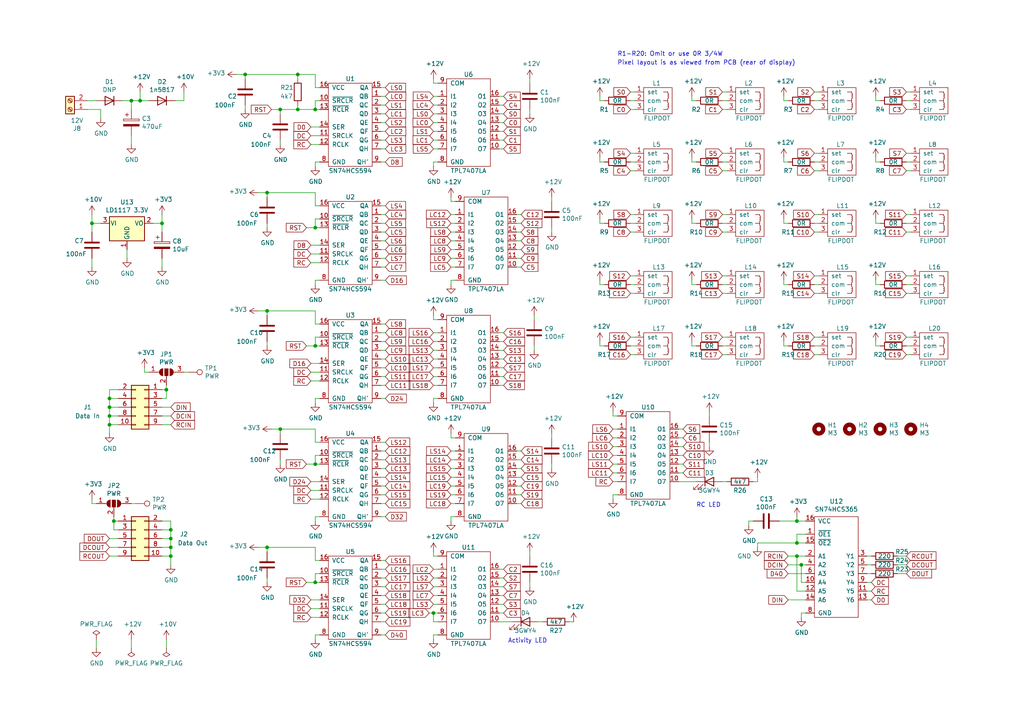
<source format=kicad_sch>
(kicad_sch (version 20211123) (generator eeschema)
  (paper "A4")
  (title_block (title "Flip Panel R4x5") (date "2024-03-09") (rev "1.1a"))
  (junction (at 81.28 31.75))
  (junction (at 91.44 134.62))
  (junction (at 81.28 124.46))
  (junction (at 33.02 151.13))
  (junction (at 77.47 158.75))
  (junction (at 91.44 168.91))
  (junction (at 231.14 157.48))
  (junction (at 71.12 21.59))
  (junction (at 91.44 31.75))
  (junction (at 232.41 163.83))
  (junction (at 40.64 29.21))
  (junction (at 49.53 161.29))
  (junction (at 31.75 120.65))
  (junction (at 31.75 118.11))
  (junction (at 49.53 153.67))
  (junction (at 49.53 158.75))
  (junction (at 77.47 55.88))
  (junction (at 125.73 177.8))
  (junction (at 38.1 29.21))
  (junction (at 231.14 161.29))
  (junction (at 91.44 100.33))
  (junction (at 49.53 156.21))
  (junction (at 231.14 151.13))
  (junction (at 31.75 123.19))
  (junction (at 86.36 21.59))
  (junction (at 31.75 115.57))
  (junction (at 86.36 31.75))
  (junction (at 91.44 66.04))
  (junction (at 77.47 90.17))
  (junction (at 46.99 64.77))
  (junction (at 26.67 64.77))
  (junction (at 48.26 113.03))
  (wire (pts (xy 46.99 151.13) (xy 49.53 151.13)))
  (wire (pts (xy 92.71 134.62) (xy 91.44 134.62)))
  (wire (pts (xy 91.44 31.75) (xy 91.44 29.21)))
  (wire (pts (xy 110.49 133.35) (xy 111.76 133.35)))
  (wire (pts (xy 91.44 59.69) (xy 91.44 55.88)))
  (wire (pts (xy 110.49 40.64) (xy 111.76 40.64)))
  (wire (pts (xy 209.55 62.23) (xy 210.82 62.23)))
  (wire (pts (xy 196.85 137.16) (xy 198.12 137.16)))
  (wire (pts (xy 173.99 82.55) (xy 175.26 82.55)))
  (wire (pts (xy 46.99 113.03) (xy 48.26 113.03)))
  (wire (pts (xy 217.17 151.13) (xy 217.17 152.4)))
  (wire (pts (xy 251.46 173.99) (xy 252.73 173.99)))
  (wire (pts (xy 38.1 39.37) (xy 38.1 41.91)))
  (wire (pts (xy 26.67 62.23) (xy 26.67 64.77)))
  (wire (pts (xy 53.34 29.21) (xy 50.8 29.21)))
  (wire (pts (xy 86.36 31.75) (xy 91.44 31.75)))
  (wire (pts (xy 81.28 125.73) (xy 81.28 124.46)))
  (wire (pts (xy 177.8 132.08) (xy 179.07 132.08)))
  (wire (pts (xy 233.68 168.91) (xy 232.41 168.91)))
  (wire (pts (xy 182.88 49.53) (xy 184.15 49.53)))
  (wire (pts (xy 262.89 62.23) (xy 264.16 62.23)))
  (wire (pts (xy 90.17 179.07) (xy 92.71 179.07)))
  (wire (pts (xy 184.15 64.77) (xy 182.88 64.77)))
  (wire (pts (xy 236.22 31.75) (xy 237.49 31.75)))
  (wire (pts (xy 48.26 113.03) (xy 48.26 111.76)))
  (wire (pts (xy 130.81 67.31) (xy 132.08 67.31)))
  (wire (pts (xy 125.73 180.34) (xy 125.73 177.8)))
  (wire (pts (xy 236.22 62.23) (xy 237.49 62.23)))
  (wire (pts (xy 125.73 24.13) (xy 127 24.13)))
  (wire (pts (xy 34.29 115.57) (xy 31.75 115.57)))
  (wire (pts (xy 38.1 29.21) (xy 40.64 29.21)))
  (wire (pts (xy 31.75 123.19) (xy 34.29 123.19)))
  (wire (pts (xy 264.16 46.99) (xy 262.89 46.99)))
  (wire (pts (xy 92.71 59.69) (xy 91.44 59.69)))
  (wire (pts (xy 35.56 29.21) (xy 38.1 29.21)))
  (wire (pts (xy 196.85 127) (xy 198.12 127)))
  (wire (pts (xy 154.94 100.33) (xy 154.94 101.6)))
  (wire (pts (xy 40.64 29.21) (xy 43.18 29.21)))
  (wire (pts (xy 149.86 72.39) (xy 151.13 72.39)))
  (wire (pts (xy 182.88 80.01) (xy 184.15 80.01)))
  (wire (pts (xy 200.66 100.33) (xy 201.93 100.33)))
  (wire (pts (xy 49.53 151.13) (xy 49.53 153.67)))
  (wire (pts (xy 209.55 97.79) (xy 210.82 97.79)))
  (wire (pts (xy 90.17 142.24) (xy 92.71 142.24)))
  (wire (pts (xy 92.71 46.99) (xy 91.44 46.99)))
  (wire (pts (xy 53.34 107.95) (xy 54.61 107.95)))
  (wire (pts (xy 254 29.21) (xy 255.27 29.21)))
  (wire (pts (xy 184.15 100.33) (xy 182.88 100.33)))
  (wire (pts (xy 144.78 99.06) (xy 146.05 99.06)))
  (wire (pts (xy 251.46 171.45) (xy 252.73 171.45)))
  (wire (pts (xy 81.28 124.46) (xy 78.74 124.46)))
  (wire (pts (xy 236.22 97.79) (xy 237.49 97.79)))
  (wire (pts (xy 77.47 64.77) (xy 77.47 66.04)))
  (wire (pts (xy 110.49 111.76) (xy 111.76 111.76)))
  (wire (pts (xy 91.44 128.27) (xy 91.44 124.46)))
  (wire (pts (xy 226.06 151.13) (xy 231.14 151.13)))
  (wire (pts (xy 38.1 185.42) (xy 38.1 187.96)))
  (wire (pts (xy 149.86 64.77) (xy 151.13 64.77)))
  (wire (pts (xy 125.73 30.48) (xy 127 30.48)))
  (wire (pts (xy 173.99 100.33) (xy 175.26 100.33)))
  (wire (pts (xy 125.73 177.8) (xy 127 177.8)))
  (wire (pts (xy 182.88 85.09) (xy 184.15 85.09)))
  (wire (pts (xy 209.55 80.01) (xy 210.82 80.01)))
  (wire (pts (xy 25.4 31.75) (xy 29.21 31.75)))
  (wire (pts (xy 209.55 67.31) (xy 210.82 67.31)))
  (wire (pts (xy 90.17 73.66) (xy 92.71 73.66)))
  (wire (pts (xy 251.46 163.83) (xy 252.73 163.83)))
  (wire (pts (xy 110.49 109.22) (xy 111.76 109.22)))
  (wire (pts (xy 149.86 69.85) (xy 151.13 69.85)))
  (wire (pts (xy 130.81 72.39) (xy 132.08 72.39)))
  (wire (pts (xy 125.73 161.29) (xy 127 161.29)))
  (wire (pts (xy 182.88 44.45) (xy 184.15 44.45)))
  (wire (pts (xy 26.67 64.77) (xy 29.21 64.77)))
  (wire (pts (xy 49.53 161.29) (xy 49.53 163.83)))
  (wire (pts (xy 200.66 81.28) (xy 200.66 82.55)))
  (wire (pts (xy 38.1 146.05) (xy 39.37 146.05)))
  (wire (pts (xy 132.08 149.86) (xy 130.81 149.86)))
  (wire (pts (xy 77.47 99.06) (xy 77.47 100.33)))
  (wire (pts (xy 110.49 138.43) (xy 111.76 138.43)))
  (wire (pts (xy 264.16 64.77) (xy 262.89 64.77)))
  (wire (pts (xy 196.85 134.62) (xy 198.12 134.62)))
  (wire (pts (xy 209.55 44.45) (xy 210.82 44.45)))
  (wire (pts (xy 110.49 99.06) (xy 111.76 99.06)))
  (wire (pts (xy 127 115.57) (xy 125.73 115.57)))
  (wire (pts (xy 110.49 130.81) (xy 111.76 130.81)))
  (wire (pts (xy 110.49 30.48) (xy 111.76 30.48)))
  (wire (pts (xy 92.71 149.86) (xy 91.44 149.86)))
  (wire (pts (xy 153.67 160.02) (xy 153.67 161.29)))
  (wire (pts (xy 92.71 132.08) (xy 91.44 132.08)))
  (wire (pts (xy 110.49 33.02) (xy 111.76 33.02)))
  (wire (pts (xy 90.17 41.91) (xy 92.71 41.91)))
  (wire (pts (xy 130.81 130.81) (xy 132.08 130.81)))
  (wire (pts (xy 254 45.72) (xy 254 46.99)))
  (wire (pts (xy 232.41 163.83) (xy 233.68 163.83)))
  (wire (pts (xy 237.49 64.77) (xy 236.22 64.77)))
  (wire (pts (xy 173.99 81.28) (xy 173.99 82.55)))
  (wire (pts (xy 144.78 170.18) (xy 146.05 170.18)))
  (wire (pts (xy 86.36 30.48) (xy 86.36 31.75)))
  (wire (pts (xy 92.71 128.27) (xy 91.44 128.27)))
  (wire (pts (xy 92.71 115.57) (xy 91.44 115.57)))
  (wire (pts (xy 200.66 45.72) (xy 200.66 46.99)))
  (wire (pts (xy 177.8 127) (xy 179.07 127)))
  (wire (pts (xy 153.67 22.86) (xy 153.67 24.13)))
  (wire (pts (xy 26.67 146.05) (xy 27.94 146.05)))
  (wire (pts (xy 144.78 27.94) (xy 146.05 27.94)))
  (wire (pts (xy 25.4 29.21) (xy 27.94 29.21)))
  (wire (pts (xy 262.89 26.67) (xy 264.16 26.67)))
  (wire (pts (xy 91.44 81.28) (xy 91.44 82.55)))
  (wire (pts (xy 227.33 45.72) (xy 227.33 46.99)))
  (wire (pts (xy 149.86 138.43) (xy 151.13 138.43)))
  (wire (pts (xy 218.44 139.7) (xy 219.71 139.7)))
  (wire (pts (xy 110.49 165.1) (xy 111.76 165.1)))
  (wire (pts (xy 46.99 64.77) (xy 46.99 67.31)))
  (wire (pts (xy 77.47 160.02) (xy 77.47 158.75)))
  (wire (pts (xy 110.49 180.34) (xy 111.76 180.34)))
  (wire (pts (xy 81.28 133.35) (xy 81.28 134.62)))
  (wire (pts (xy 144.78 38.1) (xy 146.05 38.1)))
  (wire (pts (xy 46.99 156.21) (xy 49.53 156.21)))
  (wire (pts (xy 125.73 22.86) (xy 125.73 24.13)))
  (wire (pts (xy 110.49 25.4) (xy 111.76 25.4)))
  (wire (pts (xy 210.82 64.77) (xy 209.55 64.77)))
  (wire (pts (xy 177.8 139.7) (xy 179.07 139.7)))
  (wire (pts (xy 177.8 144.78) (xy 177.8 143.51)))
  (wire (pts (xy 184.15 46.99) (xy 182.88 46.99)))
  (wire (pts (xy 110.49 38.1) (xy 111.76 38.1)))
  (wire (pts (xy 210.82 82.55) (xy 209.55 82.55)))
  (wire (pts (xy 110.49 62.23) (xy 111.76 62.23)))
  (wire (pts (xy 110.49 106.68) (xy 111.76 106.68)))
  (wire (pts (xy 77.47 91.44) (xy 77.47 90.17)))
  (wire (pts (xy 237.49 100.33) (xy 236.22 100.33)))
  (wire (pts (xy 91.44 168.91) (xy 91.44 166.37)))
  (wire (pts (xy 209.55 139.7) (xy 210.82 139.7)))
  (wire (pts (xy 236.22 44.45) (xy 237.49 44.45)))
  (wire (pts (xy 110.49 104.14) (xy 111.76 104.14)))
  (wire (pts (xy 177.8 119.38) (xy 177.8 120.65)))
  (wire (pts (xy 149.86 77.47) (xy 151.13 77.47)))
  (wire (pts (xy 46.99 153.67) (xy 49.53 153.67)))
  (wire (pts (xy 130.81 143.51) (xy 132.08 143.51)))
  (wire (pts (xy 182.88 26.67) (xy 184.15 26.67)))
  (wire (pts (xy 144.78 30.48) (xy 146.05 30.48)))
  (wire (pts (xy 177.8 124.46) (xy 179.07 124.46)))
  (wire (pts (xy 31.75 156.21) (xy 34.29 156.21)))
  (wire (pts (xy 173.99 45.72) (xy 173.99 46.99)))
  (wire (pts (xy 46.99 115.57) (xy 48.26 115.57)))
  (wire (pts (xy 46.99 158.75) (xy 49.53 158.75)))
  (wire (pts (xy 125.73 165.1) (xy 127 165.1)))
  (wire (pts (xy 228.6 163.83) (xy 232.41 163.83)))
  (wire (pts (xy 77.47 90.17) (xy 91.44 90.17)))
  (wire (pts (xy 184.15 29.21) (xy 182.88 29.21)))
  (wire (pts (xy 254 100.33) (xy 255.27 100.33)))
  (wire (pts (xy 144.78 111.76) (xy 146.05 111.76)))
  (wire (pts (xy 92.71 29.21) (xy 91.44 29.21)))
  (wire (pts (xy 260.35 163.83) (xy 262.89 163.83)))
  (wire (pts (xy 144.78 101.6) (xy 146.05 101.6)))
  (wire (pts (xy 34.29 153.67) (xy 33.02 153.67)))
  (wire (pts (xy 173.99 46.99) (xy 175.26 46.99)))
  (wire (pts (xy 262.89 67.31) (xy 264.16 67.31)))
  (wire (pts (xy 182.88 31.75) (xy 184.15 31.75)))
  (wire (pts (xy 200.66 64.77) (xy 201.93 64.77)))
  (wire (pts (xy 251.46 166.37) (xy 252.73 166.37)))
  (wire (pts (xy 110.49 35.56) (xy 111.76 35.56)))
  (wire (pts (xy 77.47 90.17) (xy 74.93 90.17)))
  (wire (pts (xy 110.49 46.99) (xy 111.76 46.99)))
  (wire (pts (xy 219.71 139.7) (xy 219.71 138.43)))
  (wire (pts (xy 110.49 93.98) (xy 111.76 93.98)))
  (wire (pts (xy 227.33 29.21) (xy 228.6 29.21)))
  (wire (pts (xy 227.33 81.28) (xy 227.33 82.55)))
  (wire (pts (xy 209.55 26.67) (xy 210.82 26.67)))
  (wire (pts (xy 160.02 134.62) (xy 160.02 135.89)))
  (wire (pts (xy 262.89 44.45) (xy 264.16 44.45)))
  (wire (pts (xy 144.78 109.22) (xy 146.05 109.22)))
  (wire (pts (xy 110.49 59.69) (xy 111.76 59.69)))
  (wire (pts (xy 262.89 85.09) (xy 264.16 85.09)))
  (wire (pts (xy 110.49 177.8) (xy 111.76 177.8)))
  (wire (pts (xy 125.73 101.6) (xy 127 101.6)))
  (wire (pts (xy 209.55 49.53) (xy 210.82 49.53)))
  (wire (pts (xy 177.8 120.65) (xy 179.07 120.65)))
  (wire (pts (xy 91.44 115.57) (xy 91.44 116.84)))
  (wire (pts (xy 110.49 128.27) (xy 111.76 128.27)))
  (wire (pts (xy 219.71 157.48) (xy 219.71 158.75)))
  (wire (pts (xy 48.26 185.42) (xy 48.26 187.96)))
  (wire (pts (xy 31.75 158.75) (xy 34.29 158.75)))
  (wire (pts (xy 262.89 80.01) (xy 264.16 80.01)))
  (wire (pts (xy 144.78 96.52) (xy 146.05 96.52)))
  (wire (pts (xy 227.33 99.06) (xy 227.33 100.33)))
  (wire (pts (xy 110.49 27.94) (xy 111.76 27.94)))
  (wire (pts (xy 46.99 161.29) (xy 49.53 161.29)))
  (wire (pts (xy 46.99 62.23) (xy 46.99 64.77)))
  (wire (pts (xy 49.53 156.21) (xy 49.53 158.75)))
  (wire (pts (xy 77.47 158.75) (xy 74.93 158.75)))
  (wire (pts (xy 262.89 31.75) (xy 264.16 31.75)))
  (wire (pts (xy 90.17 76.2) (xy 92.71 76.2)))
  (wire (pts (xy 200.66 46.99) (xy 201.93 46.99)))
  (wire (pts (xy 31.75 125.73) (xy 31.75 123.19)))
  (wire (pts (xy 210.82 29.21) (xy 209.55 29.21)))
  (wire (pts (xy 91.44 25.4) (xy 91.44 21.59)))
  (wire (pts (xy 91.44 93.98) (xy 91.44 90.17)))
  (wire (pts (xy 31.75 161.29) (xy 34.29 161.29)))
  (wire (pts (xy 125.73 167.64) (xy 127 167.64)))
  (wire (pts (xy 154.94 91.44) (xy 154.94 92.71)))
  (wire (pts (xy 130.81 81.28) (xy 130.81 82.55)))
  (wire (pts (xy 130.81 69.85) (xy 132.08 69.85)))
  (wire (pts (xy 236.22 67.31) (xy 237.49 67.31)))
  (wire (pts (xy 209.55 85.09) (xy 210.82 85.09)))
  (wire (pts (xy 110.49 101.6) (xy 111.76 101.6)))
  (wire (pts (xy 77.47 55.88) (xy 91.44 55.88)))
  (wire (pts (xy 210.82 46.99) (xy 209.55 46.99)))
  (wire (pts (xy 153.67 31.75) (xy 153.67 33.02)))
  (wire (pts (xy 27.94 185.42) (xy 27.94 187.96)))
  (wire (pts (xy 90.17 173.99) (xy 92.71 173.99)))
  (wire (pts (xy 130.81 140.97) (xy 132.08 140.97)))
  (wire (pts (xy 46.99 74.93) (xy 46.99 77.47)))
  (wire (pts (xy 127 92.71) (xy 125.73 92.71)))
  (wire (pts (xy 33.02 151.13) (xy 34.29 151.13)))
  (wire (pts (xy 144.78 106.68) (xy 146.05 106.68)))
  (wire (pts (xy 125.73 184.15) (xy 125.73 185.42)))
  (wire (pts (xy 125.73 27.94) (xy 127 27.94)))
  (wire (pts (xy 130.81 138.43) (xy 132.08 138.43)))
  (wire (pts (xy 149.86 135.89) (xy 151.13 135.89)))
  (wire (pts (xy 33.02 153.67) (xy 33.02 151.13)))
  (wire (pts (xy 130.81 133.35) (xy 132.08 133.35)))
  (wire (pts (xy 144.78 40.64) (xy 146.05 40.64)))
  (wire (pts (xy 254 27.94) (xy 254 29.21)))
  (wire (pts (xy 144.78 167.64) (xy 146.05 167.64)))
  (wire (pts (xy 41.91 107.95) (xy 43.18 107.95)))
  (wire (pts (xy 254 63.5) (xy 254 64.77)))
  (wire (pts (xy 44.45 64.77) (xy 46.99 64.77)))
  (wire (pts (xy 71.12 22.86) (xy 71.12 21.59)))
  (wire (pts (xy 92.71 81.28) (xy 91.44 81.28)))
  (wire (pts (xy 78.74 31.75) (xy 81.28 31.75)))
  (wire (pts (xy 91.44 66.04) (xy 91.44 63.5)))
  (wire (pts (xy 125.73 109.22) (xy 127 109.22)))
  (wire (pts (xy 125.73 35.56) (xy 127 35.56)))
  (wire (pts (xy 200.66 99.06) (xy 200.66 100.33)))
  (wire (pts (xy 81.28 40.64) (xy 81.28 41.91)))
  (wire (pts (xy 130.81 58.42) (xy 130.81 57.15)))
  (wire (pts (xy 254 99.06) (xy 254 100.33)))
  (wire (pts (xy 130.81 127) (xy 132.08 127)))
  (wire (pts (xy 125.73 99.06) (xy 127 99.06)))
  (wire (pts (xy 144.78 43.18) (xy 146.05 43.18)))
  (wire (pts (xy 90.17 107.95) (xy 92.71 107.95)))
  (wire (pts (xy 125.73 33.02) (xy 127 33.02)))
  (wire (pts (xy 46.99 118.11) (xy 49.53 118.11)))
  (wire (pts (xy 228.6 166.37) (xy 233.68 166.37)))
  (wire (pts (xy 130.81 74.93) (xy 132.08 74.93)))
  (wire (pts (xy 110.49 135.89) (xy 111.76 135.89)))
  (wire (pts (xy 173.99 63.5) (xy 173.99 64.77)))
  (wire (pts (xy 110.49 167.64) (xy 111.76 167.64)))
  (wire (pts (xy 88.9 168.91) (xy 91.44 168.91)))
  (wire (pts (xy 231.14 149.86) (xy 231.14 151.13)))
  (wire (pts (xy 262.89 102.87) (xy 264.16 102.87)))
  (wire (pts (xy 177.8 129.54) (xy 179.07 129.54)))
  (wire (pts (xy 49.53 153.67) (xy 49.53 156.21)))
  (wire (pts (xy 182.88 67.31) (xy 184.15 67.31)))
  (wire (pts (xy 144.78 180.34) (xy 148.59 180.34)))
  (wire (pts (xy 125.73 96.52) (xy 127 96.52)))
  (wire (pts (xy 260.35 166.37) (xy 262.89 166.37)))
  (wire (pts (xy 254 82.55) (xy 255.27 82.55)))
  (wire (pts (xy 91.44 162.56) (xy 91.44 158.75)))
  (wire (pts (xy 125.73 40.64) (xy 127 40.64)))
  (wire (pts (xy 173.99 29.21) (xy 175.26 29.21)))
  (wire (pts (xy 236.22 85.09) (xy 237.49 85.09)))
  (wire (pts (xy 233.68 171.45) (xy 231.14 171.45)))
  (wire (pts (xy 262.89 49.53) (xy 264.16 49.53)))
  (wire (pts (xy 81.28 31.75) (xy 86.36 31.75)))
  (wire (pts (xy 77.47 158.75) (xy 91.44 158.75)))
  (wire (pts (xy 81.28 124.46) (xy 91.44 124.46)))
  (wire (pts (xy 130.81 149.86) (xy 130.81 151.13)))
  (wire (pts (xy 144.78 165.1) (xy 146.05 165.1)))
  (wire (pts (xy 110.49 172.72) (xy 111.76 172.72)))
  (wire (pts (xy 110.49 170.18) (xy 111.76 170.18)))
  (wire (pts (xy 36.83 72.39) (xy 36.83 74.93)))
  (wire (pts (xy 110.49 140.97) (xy 111.76 140.97)))
  (wire (pts (xy 77.47 55.88) (xy 74.93 55.88)))
  (wire (pts (xy 125.73 106.68) (xy 127 106.68)))
  (wire (pts (xy 92.71 63.5) (xy 91.44 63.5)))
  (wire (pts (xy 130.81 135.89) (xy 132.08 135.89)))
  (wire (pts (xy 200.66 29.21) (xy 201.93 29.21)))
  (wire (pts (xy 160.02 125.73) (xy 160.02 127)))
  (wire (pts (xy 264.16 100.33) (xy 262.89 100.33)))
  (wire (pts (xy 144.78 175.26) (xy 146.05 175.26)))
  (wire (pts (xy 130.81 146.05) (xy 132.08 146.05)))
  (wire (pts (xy 77.47 57.15) (xy 77.47 55.88)))
  (wire (pts (xy 49.53 158.75) (xy 49.53 161.29)))
  (wire (pts (xy 110.49 81.28) (xy 111.76 81.28)))
  (wire (pts (xy 227.33 100.33) (xy 228.6 100.33)))
  (wire (pts (xy 110.49 74.93) (xy 111.76 74.93)))
  (wire (pts (xy 33.02 149.86) (xy 33.02 151.13)))
  (wire (pts (xy 182.88 102.87) (xy 184.15 102.87)))
  (wire (pts (xy 196.85 132.08) (xy 198.12 132.08)))
  (wire (pts (xy 149.86 140.97) (xy 151.13 140.97)))
  (wire (pts (xy 92.71 100.33) (xy 91.44 100.33)))
  (wire (pts (xy 196.85 139.7) (xy 201.93 139.7)))
  (wire (pts (xy 165.1 180.34) (xy 166.37 180.34)))
  (wire (pts (xy 231.14 151.13) (xy 233.68 151.13)))
  (wire (pts (xy 127 46.99) (xy 125.73 46.99)))
  (wire (pts (xy 88.9 66.04) (xy 91.44 66.04)))
  (wire (pts (xy 29.21 31.75) (xy 29.21 34.29)))
  (wire (pts (xy 228.6 161.29) (xy 231.14 161.29)))
  (wire (pts (xy 205.74 119.38) (xy 205.74 120.65)))
  (wire (pts (xy 110.49 115.57) (xy 111.76 115.57)))
  (wire (pts (xy 26.67 67.31) (xy 26.67 64.77)))
  (wire (pts (xy 125.73 43.18) (xy 127 43.18)))
  (wire (pts (xy 130.81 64.77) (xy 132.08 64.77)))
  (wire (pts (xy 92.71 168.91) (xy 91.44 168.91)))
  (wire (pts (xy 200.66 63.5) (xy 200.66 64.77)))
  (wire (pts (xy 144.78 172.72) (xy 146.05 172.72)))
  (wire (pts (xy 149.86 133.35) (xy 151.13 133.35)))
  (wire (pts (xy 46.99 123.19) (xy 49.53 123.19)))
  (wire (pts (xy 88.9 100.33) (xy 91.44 100.33)))
  (wire (pts (xy 110.49 67.31) (xy 111.76 67.31)))
  (wire (pts (xy 127 180.34) (xy 125.73 180.34)))
  (wire (pts (xy 91.44 184.15) (xy 91.44 185.42)))
  (wire (pts (xy 34.29 118.11) (xy 31.75 118.11)))
  (wire (pts (xy 149.86 130.81) (xy 151.13 130.81)))
  (wire (pts (xy 92.71 93.98) (xy 91.44 93.98)))
  (wire (pts (xy 110.49 69.85) (xy 111.76 69.85)))
  (wire (pts (xy 38.1 31.75) (xy 38.1 29.21)))
  (wire (pts (xy 236.22 80.01) (xy 237.49 80.01)))
  (wire (pts (xy 53.34 26.67) (xy 53.34 29.21)))
  (wire (pts (xy 262.89 97.79) (xy 264.16 97.79)))
  (wire (pts (xy 196.85 124.46) (xy 198.12 124.46)))
  (wire (pts (xy 92.71 66.04) (xy 91.44 66.04)))
  (wire (pts (xy 92.71 97.79) (xy 91.44 97.79)))
  (wire (pts (xy 110.49 162.56) (xy 111.76 162.56)))
  (wire (pts (xy 233.68 154.94) (xy 231.14 154.94)))
  (wire (pts (xy 110.49 146.05) (xy 111.76 146.05)))
  (wire (pts (xy 264.16 29.21) (xy 262.89 29.21)))
  (wire (pts (xy 92.71 184.15) (xy 91.44 184.15)))
  (wire (pts (xy 228.6 173.99) (xy 233.68 173.99)))
  (wire (pts (xy 125.73 172.72) (xy 127 172.72)))
  (wire (pts (xy 160.02 57.15) (xy 160.02 58.42)))
  (wire (pts (xy 173.99 27.94) (xy 173.99 29.21)))
  (wire (pts (xy 200.66 27.94) (xy 200.66 29.21)))
  (wire (pts (xy 232.41 168.91) (xy 232.41 163.83)))
  (wire (pts (xy 231.14 154.94) (xy 231.14 157.48)))
  (wire (pts (xy 92.71 25.4) (xy 91.44 25.4)))
  (wire (pts (xy 227.33 46.99) (xy 228.6 46.99)))
  (wire (pts (xy 26.67 74.93) (xy 26.67 77.47)))
  (wire (pts (xy 264.16 82.55) (xy 262.89 82.55)))
  (wire (pts (xy 92.71 31.75) (xy 91.44 31.75)))
  (wire (pts (xy 110.49 149.86) (xy 111.76 149.86)))
  (wire (pts (xy 110.49 64.77) (xy 111.76 64.77)))
  (wire (pts (xy 90.17 36.83) (xy 92.71 36.83)))
  (wire (pts (xy 48.26 115.57) (xy 48.26 113.03)))
  (wire (pts (xy 34.29 120.65) (xy 31.75 120.65)))
  (wire (pts (xy 91.44 46.99) (xy 91.44 48.26)))
  (wire (pts (xy 40.64 26.67) (xy 40.64 29.21)))
  (wire (pts (xy 153.67 168.91) (xy 153.67 170.18)))
  (wire (pts (xy 149.86 67.31) (xy 151.13 67.31)))
  (wire (pts (xy 26.67 144.78) (xy 26.67 146.05)))
  (wire (pts (xy 130.81 125.73) (xy 130.81 127)))
  (wire (pts (xy 149.86 143.51) (xy 151.13 143.51)))
  (wire (pts (xy 77.47 167.64) (xy 77.47 168.91)))
  (wire (pts (xy 110.49 43.18) (xy 111.76 43.18)))
  (wire (pts (xy 110.49 184.15) (xy 111.76 184.15)))
  (wire (pts (xy 237.49 82.55) (xy 236.22 82.55)))
  (wire (pts (xy 227.33 27.94) (xy 227.33 29.21)))
  (wire (pts (xy 173.99 99.06) (xy 173.99 100.33)))
  (wire (pts (xy 31.75 118.11) (xy 31.75 120.65)))
  (wire (pts (xy 91.44 21.59) (xy 86.36 21.59)))
  (wire (pts (xy 81.28 33.02) (xy 81.28 31.75)))
  (wire (pts (xy 130.81 77.47) (xy 132.08 77.47)))
  (wire (pts (xy 231.14 161.29) (xy 233.68 161.29)))
  (wire (pts (xy 237.49 29.21) (xy 236.22 29.21)))
  (wire (pts (xy 149.86 146.05) (xy 151.13 146.05)))
  (wire (pts (xy 90.17 39.37) (xy 92.71 39.37)))
  (wire (pts (xy 227.33 63.5) (xy 227.33 64.77)))
  (wire (pts (xy 177.8 134.62) (xy 179.07 134.62)))
  (wire (pts (xy 160.02 66.04) (xy 160.02 67.31)))
  (wire (pts (xy 149.86 74.93) (xy 151.13 74.93)))
  (wire (pts (xy 125.73 115.57) (xy 125.73 116.84)))
  (wire (pts (xy 173.99 64.77) (xy 175.26 64.77)))
  (wire (pts (xy 90.17 144.78) (xy 92.71 144.78)))
  (wire (pts (xy 218.44 151.13) (xy 217.17 151.13)))
  (wire (pts (xy 127 184.15) (xy 125.73 184.15)))
  (wire (pts (xy 41.91 106.68) (xy 41.91 107.95)))
  (wire (pts (xy 182.88 97.79) (xy 184.15 97.79)))
  (wire (pts (xy 209.55 31.75) (xy 210.82 31.75)))
  (wire (pts (xy 110.49 72.39) (xy 111.76 72.39)))
  (wire (pts (xy 233.68 177.8) (xy 232.41 177.8)))
  (wire (pts (xy 200.66 82.55) (xy 201.93 82.55)))
  (wire (pts (xy 86.36 22.86) (xy 86.36 21.59)))
  (wire (pts (xy 251.46 168.91) (xy 252.73 168.91)))
  (wire (pts (xy 236.22 49.53) (xy 237.49 49.53)))
  (wire (pts (xy 254 64.77) (xy 255.27 64.77)))
  (wire (pts (xy 182.88 62.23) (xy 184.15 62.23)))
  (wire (pts (xy 144.78 177.8) (xy 146.05 177.8)))
  (wire (pts (xy 177.8 137.16) (xy 179.07 137.16)))
  (wire (pts (xy 34.29 113.03) (xy 31.75 113.03)))
  (wire (pts (xy 232.41 177.8) (xy 232.41 179.07)))
  (wire (pts (xy 177.8 143.51) (xy 179.07 143.51)))
  (wire (pts (xy 254 46.99) (xy 255.27 46.99)))
  (wire (pts (xy 110.49 96.52) (xy 111.76 96.52)))
  (wire (pts (xy 91.44 149.86) (xy 91.44 151.13)))
  (wire (pts (xy 209.55 102.87) (xy 210.82 102.87)))
  (wire (pts (xy 90.17 176.53) (xy 92.71 176.53)))
  (wire (pts (xy 110.49 77.47) (xy 111.76 77.47)))
  (wire (pts (xy 110.49 143.51) (xy 111.76 143.51)))
  (wire (pts (xy 231.14 171.45) (xy 231.14 161.29)))
  (wire (pts (xy 124.46 177.8) (xy 125.73 177.8)))
  (wire (pts (xy 254 81.28) (xy 254 82.55)))
  (wire (pts (xy 227.33 64.77) (xy 228.6 64.77)))
  (wire (pts (xy 125.73 104.14) (xy 127 104.14)))
  (wire (pts (xy 92.71 166.37) (xy 91.44 166.37)))
  (wire (pts (xy 125.73 111.76) (xy 127 111.76)))
  (wire (pts (xy 205.74 128.27) (xy 205.74 129.54)))
  (wire (pts (xy 227.33 82.55) (xy 228.6 82.55)))
  (wire (pts (xy 210.82 100.33) (xy 209.55 100.33)))
  (wire (pts (xy 144.78 104.14) (xy 146.05 104.14)))
  (wire (pts (xy 110.49 175.26) (xy 111.76 175.26)))
  (wire (pts (xy 231.14 157.48) (xy 219.71 157.48)))
  (wire (pts (xy 92.71 162.56) (xy 91.44 162.56)))
  (wire (pts (xy 251.46 161.29) (xy 252.73 161.29)))
  (wire (pts (xy 125.73 46.99) (xy 125.73 48.26)))
  (wire (pts (xy 144.78 35.56) (xy 146.05 35.56)))
  (wire (pts (xy 125.73 38.1) (xy 127 38.1)))
  (wire (pts (xy 31.75 115.57) (xy 31.75 118.11)))
  (wire (pts (xy 237.49 46.99) (xy 236.22 46.99)))
  (wire (pts (xy 125.73 92.71) (xy 125.73 91.44)))
  (wire (pts (xy 130.81 62.23) (xy 132.08 62.23)))
  (wire (pts (xy 144.78 33.02) (xy 146.05 33.02)))
  (wire (pts (xy 90.17 71.12) (xy 92.71 71.12)))
  (wire (pts (xy 90.17 110.49) (xy 92.71 110.49)))
  (wire (pts (xy 71.12 30.48) (xy 71.12 31.75)))
  (wire (pts (xy 236.22 102.87) (xy 237.49 102.87)))
  (wire (pts (xy 125.73 160.02) (xy 125.73 161.29)))
  (wire (pts (xy 125.73 175.26) (xy 127 175.26)))
  (wire (pts (xy 260.35 161.29) (xy 262.89 161.29)))
  (wire (pts (xy 132.08 81.28) (xy 130.81 81.28)))
  (wire (pts (xy 91.44 100.33) (xy 91.44 97.79)))
  (wire (pts (xy 46.99 120.65) (xy 49.53 120.65)))
  (wire (pts (xy 88.9 134.62) (xy 91.44 134.62)))
  (wire (pts (xy 233.68 157.48) (xy 231.14 157.48)))
  (wire (pts (xy 86.36 21.59) (xy 71.12 21.59)))
  (wire (pts (xy 156.21 180.34) (xy 157.48 180.34)))
  (wire (pts (xy 184.15 82.55) (xy 182.88 82.55)))
  (wire (pts (xy 196.85 129.54) (xy 198.12 129.54)))
  (wire (pts (xy 90.17 139.7) (xy 92.71 139.7)))
  (wire (pts (xy 31.75 120.65) (xy 31.75 123.19)))
  (wire (pts (xy 90.17 105.41) (xy 92.71 105.41)))
  (wire (pts (xy 236.22 26.67) (xy 237.49 26.67)))
  (wire (pts (xy 149.86 62.23) (xy 151.13 62.23)))
  (wire (pts (xy 132.08 58.42) (xy 130.81 58.42)))
  (wire (pts (xy 71.12 21.59) (xy 68.58 21.59)))
  (wire (pts (xy 31.75 113.03) (xy 31.75 115.57)))
  (wire (pts (xy 91.44 134.62) (xy 91.44 132.08)))
  (wire (pts (xy 125.73 170.18) (xy 127 170.18)))
  (text "R1-R20: Omit or use 0R 3/4W" (at 179.07 16.51 0) (effects (font (size 1.27 1.27)) (justify left bottom)))
  (text "RC LED" (at 201.93 147.32 0) (effects (font (size 1.27 1.27)) (justify left bottom)))
  (text "Pixel layout is as viewed from PCB (rear of display)" (at 179.07 19.05 0) (effects (font (size 1.27 1.27)) (justify left bottom)))
  (text "Activity LED" (at 147.32 186.69 0) (effects (font (size 1.27 1.27)) (justify left bottom)))
  (global_label "LS4" (shape input) (at 111.76 59.69 0) (property "Intersheet References" "${INTERSHEET_REFS}" (effects hide)))
  (global_label "DC" (shape input) (at 90.17 73.66 180) (property "Intersheet References" "${INTERSHEET_REFS}" (effects hide)))
  (global_label "LS18" (shape input) (at 111.76 172.72 0) (property "Intersheet References" "${INTERSHEET_REFS}" (effects hide)))
  (global_label "LC16" (shape input) (at 125.73 99.06 180) (property "Intersheet References" "${INTERSHEET_REFS}" (effects hide)))
  (global_label "S10" (shape input) (at 236.22 62.23 180) (property "Intersheet References" "${INTERSHEET_REFS}" (effects hide)))
  (global_label "LS12" (shape input) (at 130.81 64.77 180) (property "Intersheet References" "${INTERSHEET_REFS}" (effects hide)))
  (global_label "LC7" (shape input) (at 125.73 172.72 180) (property "Intersheet References" "${INTERSHEET_REFS}" (effects hide)))
  (global_label "LS15" (shape input) (at 111.76 143.51 0) (property "Intersheet References" "${INTERSHEET_REFS}" (effects hide)))
  (global_label "C5" (shape input) (at 151.13 77.47 0) (property "Intersheet References" "${INTERSHEET_REFS}" (effects hide)))
  (global_label "LC9" (shape input) (at 111.76 101.6 0) (property "Intersheet References" "${INTERSHEET_REFS}" (effects hide)))
  (global_label "LS0" (shape input) (at 125.73 33.02 180) (property "Intersheet References" "${INTERSHEET_REFS}" (effects hide)))
  (global_label "LC19" (shape input) (at 130.81 140.97 180) (property "Intersheet References" "${INTERSHEET_REFS}" (effects hide)))
  (global_label "LS5" (shape input) (at 125.73 43.18 180) (property "Intersheet References" "${INTERSHEET_REFS}" (effects hide)))
  (global_label "LS14" (shape input) (at 111.76 138.43 0) (property "Intersheet References" "${INTERSHEET_REFS}" (effects hide)))
  (global_label "LS10" (shape input) (at 111.76 104.14 0) (property "Intersheet References" "${INTERSHEET_REFS}" (effects hide)))
  (global_label "LC12" (shape input) (at 130.81 62.23 180) (property "Intersheet References" "${INTERSHEET_REFS}" (effects hide)))
  (global_label "RC" (shape input) (at 90.17 179.07 180) (property "Intersheet References" "${INTERSHEET_REFS}" (effects hide)))
  (global_label "LS6" (shape input) (at 111.76 69.85 0) (property "Intersheet References" "${INTERSHEET_REFS}" (effects hide)))
  (global_label "C3" (shape input) (at 146.05 177.8 0) (property "Intersheet References" "${INTERSHEET_REFS}" (effects hide)))
  (global_label "LC12" (shape input) (at 111.76 130.81 0) (property "Intersheet References" "${INTERSHEET_REFS}" (effects hide)))
  (global_label "S5" (shape input) (at 146.05 43.18 0) (property "Intersheet References" "${INTERSHEET_REFS}" (effects hide)))
  (global_label "D8" (shape input) (at 90.17 71.12 180) (property "Intersheet References" "${INTERSHEET_REFS}" (effects hide)))
  (global_label "S17" (shape input) (at 209.55 97.79 180) (property "Intersheet References" "${INTERSHEET_REFS}" (effects hide)))
  (global_label "LS2" (shape input) (at 125.73 167.64 180) (property "Intersheet References" "${INTERSHEET_REFS}" (effects hide)))
  (global_label "C19" (shape input) (at 262.89 102.87 180) (property "Intersheet References" "${INTERSHEET_REFS}" (effects hide)))
  (global_label "RCIN" (shape input) (at 228.6 161.29 180) (property "Intersheet References" "${INTERSHEET_REFS}" (effects hide)))
  (global_label "LS14" (shape input) (at 130.81 130.81 180) (property "Intersheet References" "${INTERSHEET_REFS}" (effects hide)))
  (global_label "S14" (shape input) (at 151.13 130.81 0) (property "Intersheet References" "${INTERSHEET_REFS}" (effects hide)))
  (global_label "DIN" (shape input) (at 228.6 173.99 180) (property "Intersheet References" "${INTERSHEET_REFS}" (effects hide)))
  (global_label "C16" (shape input) (at 146.05 99.06 0) (property "Intersheet References" "${INTERSHEET_REFS}" (effects hide)))
  (global_label "LC1" (shape input) (at 111.76 33.02 0) (property "Intersheet References" "${INTERSHEET_REFS}" (effects hide)))
  (global_label "C18" (shape input) (at 236.22 102.87 180) (property "Intersheet References" "${INTERSHEET_REFS}" (effects hide)))
  (global_label "LS16" (shape input) (at 111.76 162.56 0) (property "Intersheet References" "${INTERSHEET_REFS}" (effects hide)))
  (global_label "C7" (shape input) (at 262.89 49.53 180) (property "Intersheet References" "${INTERSHEET_REFS}" (effects hide)))
  (global_label "S3" (shape input) (at 262.89 26.67 180) (property "Intersheet References" "${INTERSHEET_REFS}" (effects hide)))
  (global_label "C1" (shape input) (at 146.05 40.64 0) (property "Intersheet References" "${INTERSHEET_REFS}" (effects hide)))
  (global_label "D40" (shape input) (at 111.76 184.15 0) (property "Intersheet References" "${INTERSHEET_REFS}" (effects hide)))
  (global_label "DCIN" (shape input) (at 49.53 120.65 0) (property "Intersheet References" "${INTERSHEET_REFS}" (effects hide)))
  (global_label "LC8" (shape input) (at 130.81 69.85 180) (property "Intersheet References" "${INTERSHEET_REFS}" (effects hide)))
  (global_label "LS3" (shape input) (at 111.76 40.64 0) (property "Intersheet References" "${INTERSHEET_REFS}" (effects hide)))
  (global_label "LC11" (shape input) (at 177.8 137.16 180) (property "Intersheet References" "${INTERSHEET_REFS}" (effects hide)))
  (global_label "LC18" (shape input) (at 130.81 146.05 180) (property "Intersheet References" "${INTERSHEET_REFS}" (effects hide)))
  (global_label "S12" (shape input) (at 182.88 80.01 180) (property "Intersheet References" "${INTERSHEET_REFS}" (effects hide)))
  (global_label "LC4" (shape input) (at 111.76 62.23 0) (property "Intersheet References" "${INTERSHEET_REFS}" (effects hide)))
  (global_label "C4" (shape input) (at 182.88 49.53 180) (property "Intersheet References" "${INTERSHEET_REFS}" (effects hide)))
  (global_label "S0" (shape input) (at 146.05 33.02 0) (property "Intersheet References" "${INTERSHEET_REFS}" (effects hide)))
  (global_label "LC6" (shape input) (at 177.8 127 180) (property "Intersheet References" "${INTERSHEET_REFS}" (effects hide)))
  (global_label "C10" (shape input) (at 236.22 67.31 180) (property "Intersheet References" "${INTERSHEET_REFS}" (effects hide)))
  (global_label "DOUT" (shape input) (at 31.75 156.21 180) (property "Intersheet References" "${INTERSHEET_REFS}" (effects hide)))
  (global_label "C10" (shape input) (at 198.12 132.08 0) (property "Intersheet References" "${INTERSHEET_REFS}" (effects hide)))
  (global_label "RCOUT" (shape input) (at 262.89 161.29 0) (property "Intersheet References" "${INTERSHEET_REFS}" (effects hide)))
  (global_label "C3" (shape input) (at 262.89 31.75 180) (property "Intersheet References" "${INTERSHEET_REFS}" (effects hide)))
  (global_label "S17" (shape input) (at 146.05 106.68 0) (property "Intersheet References" "${INTERSHEET_REFS}" (effects hide)))
  (global_label "LS8" (shape input) (at 130.81 67.31 180) (property "Intersheet References" "${INTERSHEET_REFS}" (effects hide)))
  (global_label "LC7" (shape input) (at 111.76 77.47 0) (property "Intersheet References" "${INTERSHEET_REFS}" (effects hide)))
  (global_label "D0" (shape input) (at 252.73 173.99 0) (property "Intersheet References" "${INTERSHEET_REFS}" (effects hide)))
  (global_label "LS16" (shape input) (at 125.73 96.52 180) (property "Intersheet References" "${INTERSHEET_REFS}" (effects hide)))
  (global_label "S8" (shape input) (at 151.13 67.31 0) (property "Intersheet References" "${INTERSHEET_REFS}" (effects hide)))
  (global_label "LS12" (shape input) (at 111.76 128.27 0) (property "Intersheet References" "${INTERSHEET_REFS}" (effects hide)))
  (global_label "S4" (shape input) (at 182.88 44.45 180) (property "Intersheet References" "${INTERSHEET_REFS}" (effects hide)))
  (global_label "S13" (shape input) (at 209.55 80.01 180) (property "Intersheet References" "${INTERSHEET_REFS}" (effects hide)))
  (global_label "S18" (shape input) (at 146.05 111.76 0) (property "Intersheet References" "${INTERSHEET_REFS}" (effects hide)))
  (global_label "D32" (shape input) (at 90.17 173.99 180) (property "Intersheet References" "${INTERSHEET_REFS}" (effects hide)))
  (global_label "LC5" (shape input) (at 111.76 67.31 0) (property "Intersheet References" "${INTERSHEET_REFS}" (effects hide)))
  (global_label "C15" (shape input) (at 151.13 138.43 0) (property "Intersheet References" "${INTERSHEET_REFS}" (effects hide)))
  (global_label "LS1" (shape input) (at 111.76 30.48 0) (property "Intersheet References" "${INTERSHEET_REFS}" (effects hide)))
  (global_label "S18" (shape input) (at 236.22 97.79 180) (property "Intersheet References" "${INTERSHEET_REFS}" (effects hide)))
  (global_label "LC10" (shape input) (at 177.8 132.08 180) (property "Intersheet References" "${INTERSHEET_REFS}" (effects hide)))
  (global_label "C4" (shape input) (at 146.05 30.48 0) (property "Intersheet References" "${INTERSHEET_REFS}" (effects hide)))
  (global_label "C6" (shape input) (at 236.22 49.53 180) (property "Intersheet References" "${INTERSHEET_REFS}" (effects hide)))
  (global_label "D32" (shape input) (at 111.76 149.86 0) (property "Intersheet References" "${INTERSHEET_REFS}" (effects hide)))
  (global_label "C11" (shape input) (at 262.89 67.31 180) (property "Intersheet References" "${INTERSHEET_REFS}" (effects hide)))
  (global_label "DIN" (shape input) (at 49.53 118.11 0) (property "Intersheet References" "${INTERSHEET_REFS}" (effects hide)))
  (global_label "RC" (shape input) (at 177.8 139.7 180) (property "Intersheet References" "${INTERSHEET_REFS}" (effects hide)))
  (global_label "LS18" (shape input) (at 125.73 111.76 180) (property "Intersheet References" "${INTERSHEET_REFS}" (effects hide)))
  (global_label "D40" (shape input) (at 228.6 166.37 180) (property "Intersheet References" "${INTERSHEET_REFS}" (effects hide)))
  (global_label "S7" (shape input) (at 262.89 44.45 180) (property "Intersheet References" "${INTERSHEET_REFS}" (effects hide)))
  (global_label "DC" (shape input) (at 90.17 107.95 180) (property "Intersheet References" "${INTERSHEET_REFS}" (effects hide)))
  (global_label "S1" (shape input) (at 146.05 38.1 0) (property "Intersheet References" "${INTERSHEET_REFS}" (effects hide)))
  (global_label "LC2" (shape input) (at 111.76 38.1 0) (property "Intersheet References" "${INTERSHEET_REFS}" (effects hide)))
  (global_label "LS7" (shape input) (at 125.73 170.18 180) (property "Intersheet References" "${INTERSHEET_REFS}" (effects hide)))
  (global_label "LC13" (shape input) (at 111.76 135.89 0) (property "Intersheet References" "${INTERSHEET_REFS}" (effects hide)))
  (global_label "S19" (shape input) (at 262.89 97.79 180) (property "Intersheet References" "${INTERSHEET_REFS}" (effects hide)))
  (global_label "LC15" (shape input) (at 111.76 146.05 0) (property "Intersheet References" "${INTERSHEET_REFS}" (effects hide)))
  (global_label "LS7" (shape input) (at 111.76 74.93 0) (property "Intersheet References" "${INTERSHEET_REFS}" (effects hide)))
  (global_label "DC" (shape input) (at 90.17 176.53 180) (property "Intersheet References" "${INTERSHEET_REFS}" (effects hide)))
  (global_label "C2" (shape input) (at 236.22 31.75 180) (property "Intersheet References" "${INTERSHEET_REFS}" (effects hide)))
  (global_label "DC" (shape input) (at 252.73 168.91 0) (property "Intersheet References" "${INTERSHEET_REFS}" (effects hide)))
  (global_label "S9" (shape input) (at 209.55 62.23 180) (property "Intersheet References" "${INTERSHEET_REFS}" (effects hide)))
  (global_label "RC" (shape input) (at 90.17 144.78 180) (property "Intersheet References" "${INTERSHEET_REFS}" (effects hide)))
  (global_label "C13" (shape input) (at 146.05 104.14 0) (property "Intersheet References" "${INTERSHEET_REFS}" (effects hide)))
  (global_label "D24" (shape input) (at 111.76 115.57 0) (property "Intersheet References" "${INTERSHEET_REFS}" (effects hide)))
  (global_label "RST" (shape input) (at 88.9 134.62 180) (property "Intersheet References" "${INTERSHEET_REFS}" (effects hide)))
  (global_label "D16" (shape input) (at 90.17 105.41 180) (property "Intersheet References" "${INTERSHEET_REFS}" (effects hide)))
  (global_label "LC17" (shape input) (at 111.76 170.18 0) (property "Intersheet References" "${INTERSHEET_REFS}" (effects hide)))
  (global_label "LC3" (shape input) (at 111.76 43.18 0) (property "Intersheet References" "${INTERSHEET_REFS}" (effects hide)))
  (global_label "LC15" (shape input) (at 130.81 138.43 180) (property "Intersheet References" "${INTERSHEET_REFS}" (effects hide)))
  (global_label "DC" (shape input) (at 90.17 142.24 180) (property "Intersheet References" "${INTERSHEET_REFS}" (effects hide)))
  (global_label "S14" (shape input) (at 236.22 80.01 180) (property "Intersheet References" "${INTERSHEET_REFS}" (effects hide)))
  (global_label "DC" (shape input) (at 90.17 39.37 180) (property "Intersheet References" "${INTERSHEET_REFS}" (effects hide)))
  (global_label "C7" (shape input) (at 146.05 172.72 0) (property "Intersheet References" "${INTERSHEET_REFS}" (effects hide)))
  (global_label "C8" (shape input) (at 182.88 67.31 180) (property "Intersheet References" "${INTERSHEET_REFS}" (effects hide)))
  (global_label "D24" (shape input) (at 90.17 139.7 180) (property "Intersheet References" "${INTERSHEET_REFS}" (effects hide)))
  (global_label "LC9" (shape input) (at 130.81 74.93 180) (property "Intersheet References" "${INTERSHEET_REFS}" (effects hide)))
  (global_label "S8" (shape input) (at 182.88 62.23 180) (property "Intersheet References" "${INTERSHEET_REFS}" (effects hide)))
  (global_label "S1" (shape input) (at 209.55 26.67 180) (property "Intersheet References" "${INTERSHEET_REFS}" (effects hide)))
  (global_label "LS3" (shape input) (at 125.73 175.26 180) (property "Intersheet References" "${INTERSHEET_REFS}" (effects hide)))
  (global_label "LC19" (shape input) (at 111.76 180.34 0) (property "Intersheet References" "${INTERSHEET_REFS}" (effects hide)))
  (global_label "S7" (shape input) (at 146.05 170.18 0) (property "Intersheet References" "${INTERSHEET_REFS}" (effects hide)))
  (global_label "C14" (shape input) (at 151.13 133.35 0) (property "Intersheet References" "${INTERSHEET_REFS}" (effects hide)))
  (global_label "C1" (shape input) (at 209.55 31.75 180) (property "Intersheet References" "${INTERSHEET_REFS}" (effects hide)))
  (global_label "LS17" (shape input) (at 111.76 167.64 0) (property "Intersheet References" "${INTERSHEET_REFS}" (effects hide)))
  (global_label "C2" (shape input) (at 146.05 165.1 0) (property "Intersheet References" "${INTERSHEET_REFS}" (effects hide)))
  (global_label "LS2" (shape input) (at 111.76 35.56 0) (property "Intersheet References" "${INTERSHEET_REFS}" (effects hide)))
  (global_label "DCOUT" (shape input) (at 31.75 158.75 180) (property "Intersheet References" "${INTERSHEET_REFS}" (effects hide)))
  (global_label "S13" (shape input) (at 146.05 101.6 0) (property "Intersheet References" "${INTERSHEET_REFS}" (effects hide)))
  (global_label "LS19" (shape input) (at 111.76 177.8 0) (property "Intersheet References" "${INTERSHEET_REFS}" (effects hide)))
  (global_label "S16" (shape input) (at 146.05 96.52 0) (property "Intersheet References" "${INTERSHEET_REFS}" (effects hide)))
  (global_label "S5" (shape input) (at 209.55 44.45 180) (property "Intersheet References" "${INTERSHEET_REFS}" (effects hide)))
  (global_label "LC14" (shape input) (at 130.81 133.35 180) (property "Intersheet References" "${INTERSHEET_REFS}" (effects hide)))
  (global_label "LS9" (shape input) (at 111.76 99.06 0) (property "Intersheet References" "${INTERSHEET_REFS}" (effects hide)))
  (global_label "LC10" (shape input) (at 111.76 106.68 0) (property "Intersheet References" "${INTERSHEET_REFS}" (effects hide)))
  (global_label "S6" (shape input) (at 198.12 124.46 0) (property "Intersheet References" "${INTERSHEET_REFS}" (effects hide)))
  (global_label "S16" (shape input) (at 182.88 97.79 180) (property "Intersheet References" "${INTERSHEET_REFS}" (effects hide)))
  (global_label "LC5" (shape input) (at 130.81 77.47 180) (property "Intersheet References" "${INTERSHEET_REFS}" (effects hide)))
  (global_label "LS19" (shape input) (at 130.81 143.51 180) (property "Intersheet References" "${INTERSHEET_REFS}" (effects hide)))
  (global_label "LC3" (shape input) (at 124.46 177.8 180) (property "Intersheet References" "${INTERSHEET_REFS}" (effects hide)))
  (global_label "C17" (shape input) (at 209.55 102.87 180) (property "Intersheet References" "${INTERSHEET_REFS}" (effects hide)))
  (global_label "RST" (shape input) (at 78.74 31.75 180) (property "Intersheet References" "${INTERSHEET_REFS}" (effects hide)))
  (global_label "C6" (shape input) (at 198.12 127 0) (property "Intersheet References" "${INTERSHEET_REFS}" (effects hide)))
  (global_label "S9" (shape input) (at 151.13 72.39 0) (property "Intersheet References" "${INTERSHEET_REFS}" (effects hide)))
  (global_label "C17" (shape input) (at 146.05 109.22 0) (property "Intersheet References" "${INTERSHEET_REFS}" (effects hide)))
  (global_label "RCOUT" (shape input) (at 31.75 161.29 180) (property "Intersheet References" "${INTERSHEET_REFS}" (effects hide)))
  (global_label "RC" (shape input) (at 90.17 76.2 180) (property "Intersheet References" "${INTERSHEET_REFS}" (effects hide)))
  (global_label "LS4" (shape input) (at 125.73 27.94 180) (property "Intersheet References" "${INTERSHEET_REFS}" (effects hide)))
  (global_label "LS13" (shape input) (at 111.76 133.35 0) (property "Intersheet References" "${INTERSHEET_REFS}" (effects hide)))
  (global_label "C9" (shape input) (at 209.55 67.31 180) (property "Intersheet References" "${INTERSHEET_REFS}" (effects hide)))
  (global_label "LC18" (shape input) (at 111.76 175.26 0) (property "Intersheet References" "${INTERSHEET_REFS}" (effects hide)))
  (global_label "D0" (shape input) (at 90.17 36.83 180) (property "Intersheet References" "${INTERSHEET_REFS}" (effects hide)))
  (global_label "C19" (shape input) (at 151.13 140.97 0) (property "Intersheet References" "${INTERSHEET_REFS}" (effects hide)))
  (global_label "LC14" (shape input) (at 111.76 140.97 0) (property "Intersheet References" "${INTERSHEET_REFS}" (effects hide)))
  (global_label "RCIN" (shape input) (at 49.53 123.19 0) (property "Intersheet References" "${INTERSHEET_REFS}" (effects hide)))
  (global_label "S12" (shape input) (at 151.13 64.77 0) (property "Intersheet References" "${INTERSHEET_REFS}" (effects hide)))
  (global_label "S2" (shape input) (at 146.05 167.64 0) (property "Intersheet References" "${INTERSHEET_REFS}" (effects hide)))
  (global_label "S15" (shape input) (at 151.13 135.89 0) (property "Intersheet References" "${INTERSHEET_REFS}" (effects hide)))
  (global_label "LS10" (shape input) (at 177.8 129.54 180) (property "Intersheet References" "${INTERSHEET_REFS}" (effects hide)))
  (global_label "C18" (shape input) (at 151.13 146.05 0) (property "Intersheet References" "${INTERSHEET_REFS}" (effects hide)))
  (global_label "C12" (shape input) (at 182.88 85.09 180) (property "Intersheet References" "${INTERSHEET_REFS}" (effects hide)))
  (global_label "C13" (shape input) (at 209.55 85.09 180) (property "Intersheet References" "${INTERSHEET_REFS}" (effects hide)))
  (global_label "LC0" (shape input) (at 111.76 27.94 0) (property "Intersheet References" "${INTERSHEET_REFS}" (effects hide)))
  (global_label "LS9" (shape input) (at 130.81 72.39 180) (property "Intersheet References" "${INTERSHEET_REFS}" (effects hide)))
  (global_label "S0" (shape input) (at 182.88 26.67 180) (property "Intersheet References" "${INTERSHEET_REFS}" (effects hide)))
  (global_label "LS13" (shape input) (at 125.73 101.6 180) (property "Intersheet References" "${INTERSHEET_REFS}" (effects hide)))
  (global_label "RC" (shape input) (at 252.73 171.45 0) (property "Intersheet References" "${INTERSHEET_REFS}" (effects hide)))
  (global_label "LS11" (shape input) (at 177.8 134.62 180) (property "Intersheet References" "${INTERSHEET_REFS}" (effects hide)))
  (global_label "LS8" (shape input) (at 111.76 93.98 0) (property "Intersheet References" "${INTERSHEET_REFS}" (effects hide)))
  (global_label "S6" (shape input) (at 236.22 44.45 180) (property "Intersheet References" "${INTERSHEET_REFS}" (effects hide)))
  (global_label "LS5" (shape input) (at 111.76 64.77 0) (property "Intersheet References" "${INTERSHEET_REFS}" (effects hide)))
  (global_label "C9" (shape input) (at 151.13 74.93 0) (property "Intersheet References" "${INTERSHEET_REFS}" (effects hide)))
  (global_label "LS0" (shape input) (at 111.76 25.4 0) (property "Intersheet References" "${INTERSHEET_REFS}" (effects hide)))
  (global_label "RC" (shape input) (at 90.17 110.49 180) (property "Intersheet References" "${INTERSHEET_REFS}" (effects hide)))
  (global_label "S10" (shape input) (at 198.12 129.54 0) (property "Intersheet References" "${INTERSHEET_REFS}" (effects hide)))
  (global_label "RST" (shape input) (at 88.9 100.33 180) (property "Intersheet References" "${INTERSHEET_REFS}" (effects hide)))
  (global_label "DCOUT" (shape input) (at 262.89 163.83 0) (property "Intersheet References" "${INTERSHEET_REFS}" (effects hide)))
  (global_label "C8" (shape input) (at 151.13 69.85 0) (property "Intersheet References" "${INTERSHEET_REFS}" (effects hide)))
  (global_label "S4" (shape input) (at 146.05 27.94 0) (property "Intersheet References" "${INTERSHEET_REFS}" (effects hide)))
  (global_label "C12" (shape input) (at 151.13 62.23 0) (property "Intersheet References" "${INTERSHEET_REFS}" (effects hide)))
  (global_label "LC13" (shape input) (at 125.73 104.14 180) (property "Intersheet References" "${INTERSHEET_REFS}" (effects hide)))
  (global_label "S2" (shape input) (at 236.22 26.67 180) (property "Intersheet References" "${INTERSHEET_REFS}" (effects hide)))
  (global_label "LS1" (shape input) (at 125.73 38.1 180) (property "Intersheet References" "${INTERSHEET_REFS}" (effects hide)))
  (global_label "C14" (shape input) (at 236.22 85.09 180) (property "Intersheet References" "${INTERSHEET_REFS}" (effects hide)))
  (global_label "C0" (shape input) (at 146.05 35.56 0) (property "Intersheet References" "${INTERSHEET_REFS}" (effects hide)))
  (global_label "DCIN" (shape input) (at 228.6 163.83 180) (property "Intersheet References" "${INTERSHEET_REFS}" (effects hide)))
  (global_label "LC8" (shape input) (at 111.76 96.52 0) (property "Intersheet References" "${INTERSHEET_REFS}" (effects hide)))
  (global_label "LC4" (shape input) (at 125.73 30.48 180) (property "Intersheet References" "${INTERSHEET_REFS}" (effects hide)))
  (global_label "DOUT" (shape input) (at 262.89 166.37 0) (property "Intersheet References" "${INTERSHEET_REFS}" (effects hide)))
  (global_label "LS11" (shape input) (at 111.76 109.22 0) (property "Intersheet References" "${INTERSHEET_REFS}" (effects hide)))
  (global_label "LC16" (shape input) (at 111.76 165.1 0) (property "Intersheet References" "${INTERSHEET_REFS}" (effects hide)))
  (global_label "LC0" (shape input) (at 125.73 35.56 180) (property "Intersheet References" "${INTERSHEET_REFS}" (effects hide)))
  (global_label "RST" (shape input) (at 88.9 66.04 180) (property "Intersheet References" "${INTERSHEET_REFS}" (effects hide)))
  (global_label "S19" (shape input) (at 151.13 143.51 0) (property "Intersheet References" "${INTERSHEET_REFS}" (effects hide)))
  (global_label "S11" (shape input) (at 262.89 62.23 180) (property "Intersheet References" "${INTERSHEET_REFS}" (effects hide)))
  (global_label "S3" (shape input) (at 146.05 175.26 0) (property "Intersheet References" "${INTERSHEET_REFS}" (effects hide)))
  (global_label "C11" (shape input) (at 198.12 137.16 0) (property "Intersheet References" "${INTERSHEET_REFS}" (effects hide)))
  (global_label "RST" (shape input) (at 88.9 168.91 180) (property "Intersheet References" "${INTERSHEET_REFS}" (effects hide)))
  (global_label "C15" (shape input) (at 262.89 85.09 180) (property "Intersheet References" "${INTERSHEET_REFS}" (effects hide)))
  (global_label "D16" (shape input) (at 111.76 81.28 0) (property "Intersheet References" "${INTERSHEET_REFS}" (effects hide)))
  (global_label "LC6" (shape input) (at 111.76 72.39 0) (property "Intersheet References" "${INTERSHEET_REFS}" (effects hide)))
  (global_label "D8" (shape input) (at 111.76 46.99 0) (property "Intersheet References" "${INTERSHEET_REFS}" (effects hide)))
  (global_label "LS15" (shape input) (at 130.81 135.89 180) (property "Intersheet References" "${INTERSHEET_REFS}" (effects hide)))
  (global_label "C5" (shape input) (at 209.55 49.53 180) (property "Intersheet References" "${INTERSHEET_REFS}" (effects hide)))
  (global_label "LS17" (shape input) (at 125.73 106.68 180) (property "Intersheet References" "${INTERSHEET_REFS}" (effects hide)))
  (global_label "C16" (shape input) (at 182.88 102.87 180) (property "Intersheet References" "${INTERSHEET_REFS}" (effects hide)))
  (global_label "C0" (shape input) (at 182.88 31.75 180) (property "Intersheet References" "${INTERSHEET_REFS}" (effects hide)))
  (global_label "LS6" (shape input) (at 177.8 124.46 180) (property "Intersheet References" "${INTERSHEET_REFS}" (effects hide)))
  (global_label "LC2" (shape input) (at 125.73 165.1 180) (property "Intersheet References" "${INTERSHEET_REFS}" (effects hide)))
  (global_label "RC" (shape input) (at 90.17 41.91 180) (property "Intersheet References" "${INTERSHEET_REFS}" (effects hide)))
  (global_label "LC17" (shape input) (at 125.73 109.22 180) (property "Intersheet References" "${INTERSHEET_REFS}" (effects hide)))
  (global_label "LC11" (shape input) (at 111.76 111.76 0) (property "Intersheet References" "${INTERSHEET_REFS}" (effects hide)))
  (global_label "LC1" (shape input) (at 125.73 40.64 180) (property "Intersheet References" "${INTERSHEET_REFS}" (effects hide)))
  (global_label "S15" (shape input) (at 262.89 80.01 180) (property "Intersheet References" "${INTERSHEET_REFS}" (effects hide)))
  (global_label "S11" (shape input) (at 198.12 134.62 0) (property "Intersheet References" "${INTERSHEET_REFS}" (effects hide)))
  (symbol (lib_id "Connector_Generic:Conn_02x05_Odd_Even") (at 41.91 118.11 0) (mirror y) (unit 1)
    (property "Reference" "J1" (at 25.4 118.11 0))
    (property "Value" "Data In" (at 25.4 120.65 0))
    (property "Footprint" "Connector_IDC:IDC-Header_2x05_P2.54mm_Vertical" (effects hide))
  )
  (symbol (lib_id "Connector_Generic:Conn_02x05_Odd_Even") (at 39.37 156.21 0) (unit 1)
    (property "Reference" "J2" (at 53.34 154.94 0))
    (property "Value" "Data Out" (at 55.88 157.48 0))
    (property "Footprint" "Connector_IDC:IDC-Header_2x05_P2.54mm_Vertical" (effects hide))
  )
  (symbol (lib_id "Regulator_Linear:LD1117S33TR_SOT223") (at 36.83 64.77 0) (unit 1)
    (property "Reference" "U13" (at 36.83 58.6232 0))
    (property "Value" "LD1117 3.3V" (at 36.83 60.9346 0))
    (property "Footprint" "Package_TO_SOT_SMD:SOT-223-3_TabPin2" (effects hide))
    (property "Datasheet" "http://www.st.com/st-web-ui/static/active/en/resource/technical/document/datasheet/CD00000544.pdf" (effects hide))
  )
  (symbol (lib_id "Device:C") (at 26.67 71.12 0) (unit 1)
    (property "Reference" "C7" (at 21.59 69.85 0) (effects (justify left)))
    (property "Value" "100nF" (at 19.05 73.66 0) (effects (justify left)))
    (property "Footprint" "Capacitor_SMD:C_0805_2012Metric_Pad1.15x1.40mm_HandSolder" (effects hide))
  )
  (symbol (lib_id "flippnlr-rescue:CP-Device") (at 46.99 71.12 0) (unit 1)
    (property "Reference" "C8" (at 49.9872 69.9516 0) (effects (justify left)))
    (property "Value" "10uF" (at 49.9872 72.263 0) (effects (justify left)))
    (property "Footprint" "Capacitor_THT:CP_Radial_D5.0mm_P2.50mm" (effects hide))
  )
  (symbol (lib_id "flippnlr-rescue:CP-Device") (at 38.1 35.56 0) (unit 1)
    (property "Reference" "C3" (at 41.0972 34.3916 0) (effects (justify left)))
    (property "Value" "470uF" (at 41.0972 36.703 0) (effects (justify left)))
    (property "Footprint" "Capacitor_THT:CP_Radial_D10.0mm_P5.00mm" (effects hide))
  )
  (symbol (lib_id "power:GND") (at 29.21 34.29 0) (unit 1)
    (property "Reference" "#PWR012" (effects hide))
    (property "Value" "GND" (at 29.337 38.6842 0))
  )
  (symbol (lib_id "power:GND") (at 38.1 41.91 0) (unit 1)
    (property "Reference" "#PWR013" (effects hide))
    (property "Value" "GND" (at 38.227 46.3042 0))
  )
  (symbol (lib_id "power:GND") (at 26.67 77.47 0) (unit 1)
    (property "Reference" "#PWR033" (effects hide))
    (property "Value" "GND" (at 26.797 81.8642 0))
  )
  (symbol (lib_id "power:GND") (at 36.83 74.93 0) (unit 1)
    (property "Reference" "#PWR032" (effects hide))
    (property "Value" "GND" (at 36.957 79.3242 0))
  )
  (symbol (lib_id "power:GND") (at 46.99 77.47 0) (unit 1)
    (property "Reference" "#PWR034" (effects hide))
    (property "Value" "GND" (at 47.117 81.8642 0))
  )
  (symbol (lib_id "power:GND") (at 31.75 125.73 0) (unit 1)
    (property "Reference" "#PWR056" (effects hide))
    (property "Value" "GND" (at 31.877 130.1242 0))
  )
  (symbol (lib_id "power:GND") (at 49.53 163.83 0) (unit 1)
    (property "Reference" "#PWR067" (effects hide))
    (property "Value" "GND" (at 49.657 168.2242 0))
  )
  (symbol (lib_id "power:GND") (at 27.94 187.96 0) (unit 1)
    (property "Reference" "#PWR077" (effects hide))
    (property "Value" "GND" (at 28.067 192.3542 0))
  )
  (symbol (lib_id "power:PWR_FLAG") (at 27.94 185.42 0) (unit 1)
    (property "Reference" "#FLG01" (effects hide))
    (property "Value" "PWR_FLAG" (at 27.94 181.0004 0))
  )
  (symbol (lib_id "power:+12V") (at 40.64 26.67 0) (unit 1)
    (property "Reference" "#PWR04" (effects hide))
    (property "Value" "+12V" (at 41.021 22.2758 0))
  )
  (symbol (lib_id "power:+3V3") (at 231.14 149.86 0) (unit 1)
    (property "Reference" "#PWR062" (effects hide))
    (property "Value" "+3V3" (at 231.521 145.4658 0))
  )
  (symbol (lib_id "Device:C") (at 222.25 151.13 270) (unit 1)
    (property "Reference" "C13" (at 222.25 144.7292 90))
    (property "Value" "100nF" (at 222.25 147.0406 90))
    (property "Footprint" "Capacitor_SMD:C_0805_2012Metric_Pad1.15x1.40mm_HandSolder" (effects hide))
  )
  (symbol (lib_id "power:GND") (at 217.17 152.4 0) (unit 1)
    (property "Reference" "#PWR063" (effects hide))
    (property "Value" "GND" (at 217.297 156.7942 0))
  )
  (symbol (lib_id "power:GND") (at 232.41 179.07 0) (unit 1)
    (property "Reference" "#PWR071" (effects hide))
    (property "Value" "GND" (at 232.537 183.4642 0))
  )
  (symbol (lib_id "power:GND") (at 219.71 158.75 0) (unit 1)
    (property "Reference" "#PWR065" (effects hide))
    (property "Value" "GND" (at 215.9 161.29 0))
  )
  (symbol (lib_id "Device:R") (at 256.54 161.29 270) (unit 1)
    (property "Reference" "R25" (at 261.62 160.02 90))
    (property "Value" "220" (at 256.54 161.29 90))
    (property "Footprint" "Resistor_SMD:R_0805_2012Metric_Pad1.15x1.40mm_HandSolder" (effects hide))
  )
  (symbol (lib_id "Device:R") (at 256.54 163.83 270) (unit 1)
    (property "Reference" "R24" (at 261.62 162.56 90))
    (property "Value" "220" (at 256.54 163.83 90))
    (property "Footprint" "Resistor_SMD:R_0805_2012Metric_Pad1.15x1.40mm_HandSolder" (effects hide))
  )
  (symbol (lib_id "Device:R") (at 256.54 166.37 270) (unit 1)
    (property "Reference" "R23" (at 261.62 165.1 90))
    (property "Value" "220" (at 256.54 166.37 90))
    (property "Footprint" "Resistor_SMD:R_0805_2012Metric_Pad1.15x1.40mm_HandSolder" (effects hide))
  )
  (symbol (lib_id "flippnlr:FLIPDOT") (at 189.23 29.21 0) (unit 1)
    (property "Reference" "L1" (at 189.23 24.13 0) (effects (justify left)))
    (property "Value" "FLIPDOT" (at 186.69 34.29 0) (effects (justify left)))
    (property "Footprint" "flipdot:Flipdot" (effects hide))
  )
  (symbol (lib_id "Device:R") (at 86.36 26.67 0) (unit 1)
    (property "Reference" "R21" (at 81.28 25.4 0) (effects (justify left)))
    (property "Value" "4k7" (at 81.28 27.94 0) (effects (justify left)))
    (property "Footprint" "Resistor_SMD:R_0805_2012Metric_Pad1.15x1.40mm_HandSolder" (effects hide))
  )
  (symbol (lib_id "Device:C") (at 81.28 36.83 180) (unit 1)
    (property "Reference" "C4" (at 78.74 39.37 0) (effects (justify left)))
    (property "Value" "100nF" (at 78.74 41.91 0) (effects (justify left)))
    (property "Footprint" "Capacitor_SMD:C_0805_2012Metric_Pad1.15x1.40mm_HandSolder" (effects hide))
  )
  (symbol (lib_id "power:GND") (at 81.28 41.91 0) (unit 1)
    (property "Reference" "#PWR014" (effects hide))
    (property "Value" "GND" (at 81.407 46.3042 0))
  )
  (symbol (lib_id "Mechanical:MountingHole") (at 237.49 124.46 0) (unit 1)
    (property "Reference" "H1" (at 240.03 123.2916 0) (effects (justify left)))
    (property "Value" "M3" (at 240.03 125.603 0) (effects (justify left)))
    (property "Footprint" "MountingHole:MountingHole_3.2mm_M3" (effects hide))
  )
  (symbol (lib_id "flippnlr:TPL7407LA") (at 135.89 161.29 0) (unit 1)
    (property "Reference" "U11" (at 135.89 158.75 0))
    (property "Value" "TPL7407LA" (at 135.89 186.69 0))
    (property "Footprint" "Package_SO:SOP-16_4.4x10.4mm_P1.27mm" (effects hide))
  )
  (symbol (lib_id "power:+12V") (at 125.73 160.02 0) (unit 1)
    (property "Reference" "#PWR068" (effects hide))
    (property "Value" "+12V" (at 126.111 155.6258 0))
  )
  (symbol (lib_id "power:GND") (at 125.73 185.42 0) (unit 1)
    (property "Reference" "#PWR078" (effects hide))
    (property "Value" "GND" (at 125.857 189.8142 0))
  )
  (symbol (lib_id "Mechanical:MountingHole") (at 246.38 124.46 0) (unit 1)
    (property "Reference" "H2" (at 248.92 123.2916 0) (effects (justify left)))
    (property "Value" "M3" (at 248.92 125.603 0) (effects (justify left)))
    (property "Footprint" "MountingHole:MountingHole_3.2mm_M3" (effects hide))
  )
  (symbol (lib_id "flippnlr:SN74HCS594") (at 101.6 35.56 0) (unit 1)
    (property "Reference" "U1" (at 101.6 22.86 0))
    (property "Value" "SN74HCS594" (at 101.6 49.53 0))
    (property "Footprint" "Package_SO:SOP-16_4.4x10.4mm_P1.27mm" (effects hide))
  )
  (symbol (lib_id "power:GND") (at 91.44 48.26 0) (unit 1)
    (property "Reference" "#PWR020" (effects hide))
    (property "Value" "GND" (at 91.567 52.6542 0))
  )
  (symbol (lib_id "Mechanical:MountingHole") (at 255.27 124.46 0) (unit 1)
    (property "Reference" "H3" (at 257.81 123.2916 0) (effects (justify left)))
    (property "Value" "M3" (at 257.81 125.603 0) (effects (justify left)))
    (property "Footprint" "MountingHole:MountingHole_3.2mm_M3" (effects hide))
  )
  (symbol (lib_id "power:+12V") (at 173.99 27.94 0) (unit 1)
    (property "Reference" "#PWR06" (effects hide))
    (property "Value" "+12V" (at 174.371 23.5458 0))
  )
  (symbol (lib_id "Mechanical:MountingHole") (at 264.16 124.46 0) (unit 1)
    (property "Reference" "H4" (at 266.7 123.2916 0) (effects (justify left)))
    (property "Value" "M3" (at 266.7 125.603 0) (effects (justify left)))
    (property "Footprint" "MountingHole:MountingHole_3.2mm_M3" (effects hide))
  )
  (symbol (lib_id "power:+3V3") (at 41.91 106.68 0) (unit 1)
    (property "Reference" "#PWR045" (effects hide))
    (property "Value" "+3V3" (at 42.291 102.2858 0))
  )
  (symbol (lib_id "flippnlr:TPL7407LA") (at 140.97 127 0) (unit 1)
    (property "Reference" "U9" (at 140.97 124.46 0))
    (property "Value" "TPL7407LA" (at 140.97 152.4 0))
    (property "Footprint" "Package_SO:SOP-16_4.4x10.4mm_P1.27mm" (effects hide))
  )
  (symbol (lib_id "power:GND") (at 130.81 151.13 0) (unit 1)
    (property "Reference" "#PWR060" (effects hide))
    (property "Value" "GND" (at 130.937 155.5242 0))
  )
  (symbol (lib_id "power:+12V") (at 130.81 125.73 0) (unit 1)
    (property "Reference" "#PWR052" (effects hide))
    (property "Value" "+12V" (at 131.191 121.3358 0))
  )
  (symbol (lib_id "Device:C") (at 71.12 26.67 0) (mirror y) (unit 1)
    (property "Reference" "C2" (at 66.04 27.94 0) (effects (justify right)))
    (property "Value" "100nF" (at 62.23 30.48 0) (effects (justify right)))
    (property "Footprint" "Capacitor_SMD:C_0805_2012Metric_Pad1.15x1.40mm_HandSolder" (effects hide))
  )
  (symbol (lib_id "power:+3V3") (at 68.58 21.59 90) (unit 1)
    (property "Reference" "#PWR03" (effects hide))
    (property "Value" "+3V3" (at 65.3288 21.209 90) (effects (justify left)))
  )
  (symbol (lib_id "power:GND") (at 71.12 31.75 0) (unit 1)
    (property "Reference" "#PWR011" (effects hide))
    (property "Value" "GND" (at 71.247 36.1442 0))
  )
  (symbol (lib_id "flippnlr:TPL7407LA") (at 135.89 24.13 0) (unit 1)
    (property "Reference" "U6" (at 135.89 21.59 0))
    (property "Value" "TPL7407LA" (at 135.89 49.53 0))
    (property "Footprint" "Package_SO:SOP-16_4.4x10.4mm_P1.27mm" (effects hide))
  )
  (symbol (lib_id "power:+12V") (at 125.73 22.86 0) (unit 1)
    (property "Reference" "#PWR01" (effects hide))
    (property "Value" "+12V" (at 126.111 18.4658 0))
  )
  (symbol (lib_id "power:GND") (at 125.73 48.26 0) (unit 1)
    (property "Reference" "#PWR015" (effects hide))
    (property "Value" "GND" (at 125.857 52.6542 0))
  )
  (symbol (lib_id "power:+3V3") (at 26.67 144.78 0) (unit 1)
    (property "Reference" "#PWR059" (effects hide))
    (property "Value" "+3V3" (at 27.051 140.3858 0))
  )
  (symbol (lib_id "flippnlr:SN74HCS594") (at 101.6 69.85 0) (unit 1)
    (property "Reference" "U2" (at 101.6 57.15 0))
    (property "Value" "SN74HCS594" (at 101.6 83.82 0))
    (property "Footprint" "Package_SO:SOP-16_4.4x10.4mm_P1.27mm" (effects hide))
  )
  (symbol (lib_id "power:GND") (at 91.44 82.55 0) (unit 1)
    (property "Reference" "#PWR040" (effects hide))
    (property "Value" "GND" (at 91.567 86.9442 0))
  )
  (symbol (lib_id "Device:C") (at 77.47 60.96 0) (mirror y) (unit 1)
    (property "Reference" "C6" (at 72.39 62.23 0) (effects (justify right)))
    (property "Value" "100nF" (at 68.58 64.77 0) (effects (justify right)))
    (property "Footprint" "Capacitor_SMD:C_0805_2012Metric_Pad1.15x1.40mm_HandSolder" (effects hide))
  )
  (symbol (lib_id "power:+3V3") (at 74.93 55.88 90) (unit 1)
    (property "Reference" "#PWR023" (effects hide))
    (property "Value" "+3V3" (at 71.6788 55.499 90) (effects (justify left)))
  )
  (symbol (lib_id "power:GND") (at 77.47 66.04 0) (unit 1)
    (property "Reference" "#PWR031" (effects hide))
    (property "Value" "GND" (at 77.597 70.4342 0))
  )
  (symbol (lib_id "flippnlr:TPL7407LA") (at 187.96 120.65 0) (unit 1)
    (property "Reference" "U10" (at 187.96 118.11 0))
    (property "Value" "TPL7407LA" (at 187.96 146.05 0))
    (property "Footprint" "Package_SO:SOP-16_4.4x10.4mm_P1.27mm" (effects hide))
  )
  (symbol (lib_id "power:+12V") (at 177.8 119.38 0) (unit 1)
    (property "Reference" "#PWR061" (effects hide))
    (property "Value" "+12V" (at 178.181 114.9858 0))
  )
  (symbol (lib_id "power:GND") (at 177.8 144.78 0) (unit 1)
    (property "Reference" "#PWR070" (effects hide))
    (property "Value" "GND" (at 177.927 149.1742 0))
  )
  (symbol (lib_id "flippnlr:SN74HCS594") (at 101.6 104.14 0) (unit 1)
    (property "Reference" "U3" (at 101.6 91.44 0))
    (property "Value" "SN74HCS594" (at 101.6 118.11 0))
    (property "Footprint" "Package_SO:SOP-16_4.4x10.4mm_P1.27mm" (effects hide))
  )
  (symbol (lib_id "power:GND") (at 91.44 116.84 0) (unit 1)
    (property "Reference" "#PWR054" (effects hide))
    (property "Value" "GND" (at 91.567 121.2342 0))
  )
  (symbol (lib_id "Device:C") (at 77.47 95.25 0) (mirror y) (unit 1)
    (property "Reference" "C10" (at 72.39 96.52 0) (effects (justify right)))
    (property "Value" "100nF" (at 68.58 99.06 0) (effects (justify right)))
    (property "Footprint" "Capacitor_SMD:C_0805_2012Metric_Pad1.15x1.40mm_HandSolder" (effects hide))
  )
  (symbol (lib_id "power:+3V3") (at 74.93 90.17 90) (unit 1)
    (property "Reference" "#PWR043" (effects hide))
    (property "Value" "+3V3" (at 71.6788 89.789 90) (effects (justify left)))
  )
  (symbol (lib_id "power:GND") (at 77.47 100.33 0) (unit 1)
    (property "Reference" "#PWR050" (effects hide))
    (property "Value" "GND" (at 77.597 104.7242 0))
  )
  (symbol (lib_id "flippnlr:SN74HCS594") (at 101.6 138.43 0) (unit 1)
    (property "Reference" "U4" (at 101.6 125.73 0))
    (property "Value" "SN74HCS594" (at 101.6 152.4 0))
    (property "Footprint" "Package_SO:SOP-16_4.4x10.4mm_P1.27mm" (effects hide))
  )
  (symbol (lib_id "power:GND") (at 91.44 151.13 0) (unit 1)
    (property "Reference" "#PWR064" (effects hide))
    (property "Value" "GND" (at 91.567 155.5242 0))
  )
  (symbol (lib_id "Device:C") (at 81.28 129.54 0) (mirror y) (unit 1)
    (property "Reference" "C12" (at 76.2 130.81 0) (effects (justify right)))
    (property "Value" "100nF" (at 72.39 133.35 0) (effects (justify right)))
    (property "Footprint" "Capacitor_SMD:C_0805_2012Metric_Pad1.15x1.40mm_HandSolder" (effects hide))
  )
  (symbol (lib_id "power:+3V3") (at 78.74 124.46 90) (unit 1)
    (property "Reference" "#PWR055" (effects hide))
    (property "Value" "+3V3" (at 75.4888 124.079 90) (effects (justify left)))
  )
  (symbol (lib_id "power:GND") (at 81.28 134.62 0) (unit 1)
    (property "Reference" "#PWR058" (effects hide))
    (property "Value" "GND" (at 81.407 139.0142 0))
  )
  (symbol (lib_id "flippnlr:SN74HCS594") (at 101.6 172.72 0) (unit 1)
    (property "Reference" "U5" (at 101.6 160.02 0))
    (property "Value" "SN74HCS594" (at 101.6 186.69 0))
    (property "Footprint" "Package_SO:SOP-16_4.4x10.4mm_P1.27mm" (effects hide))
  )
  (symbol (lib_id "power:GND") (at 91.44 185.42 0) (unit 1)
    (property "Reference" "#PWR076" (effects hide))
    (property "Value" "GND" (at 91.567 189.8142 0))
  )
  (symbol (lib_id "Device:C") (at 77.47 163.83 0) (mirror y) (unit 1)
    (property "Reference" "C14" (at 72.39 165.1 0) (effects (justify right)))
    (property "Value" "100nF" (at 68.58 167.64 0) (effects (justify right)))
    (property "Footprint" "Capacitor_SMD:C_0805_2012Metric_Pad1.15x1.40mm_HandSolder" (effects hide))
  )
  (symbol (lib_id "power:+3V3") (at 74.93 158.75 90) (unit 1)
    (property "Reference" "#PWR066" (effects hide))
    (property "Value" "+3V3" (at 71.6788 158.369 90) (effects (justify left)))
  )
  (symbol (lib_id "power:GND") (at 77.47 168.91 0) (unit 1)
    (property "Reference" "#PWR069" (effects hide))
    (property "Value" "GND" (at 77.597 173.3042 0))
  )
  (symbol (lib_id "power:+3V3") (at 46.99 62.23 0) (unit 1)
    (property "Reference" "#PWR025" (effects hide))
    (property "Value" "+3V3" (at 47.371 57.8358 0))
  )
  (symbol (lib_id "power:+12V") (at 38.1 185.42 0) (unit 1)
    (property "Reference" "#PWR074" (effects hide))
    (property "Value" "+12V" (at 38.481 181.0258 0))
  )
  (symbol (lib_id "power:PWR_FLAG") (at 38.1 187.96 180) (unit 1)
    (property "Reference" "#FLG02" (effects hide))
    (property "Value" "PWR_FLAG" (at 38.1 192.3542 0))
  )
  (symbol (lib_id "Device:D") (at 46.99 29.21 180) (unit 1)
    (property "Reference" "D2" (at 46.99 23.7236 0))
    (property "Value" "1n5817" (at 46.99 26.035 0))
    (property "Footprint" "Diode_THT:D_A-405_P10.16mm_Horizontal" (effects hide))
  )
  (symbol (lib_id "power:+10V") (at 53.34 26.67 0) (unit 1)
    (property "Reference" "#PWR05" (effects hide))
    (property "Value" "+10V" (at 53.721 22.2758 0))
  )
  (symbol (lib_id "flippnlr:TPL7407LA") (at 140.97 58.42 0) (unit 1)
    (property "Reference" "U7" (at 140.97 55.88 0))
    (property "Value" "TPL7407LA" (at 140.97 83.82 0))
    (property "Footprint" "Package_SO:SOP-16_4.4x10.4mm_P1.27mm" (effects hide))
  )
  (symbol (lib_id "power:GND") (at 130.81 82.55 0) (unit 1)
    (property "Reference" "#PWR035" (effects hide))
    (property "Value" "GND" (at 130.937 86.9442 0))
  )
  (symbol (lib_id "Device:LED") (at 205.74 139.7 0) (unit 1)
    (property "Reference" "D3" (at 205.74 137.16 0))
    (property "Value" "3GWY4" (at 205.74 142.24 0))
    (property "Footprint" "LED_THT:LED_D3.0mm" (effects hide))
  )
  (symbol (lib_id "Device:R") (at 214.63 139.7 270) (unit 1)
    (property "Reference" "R26" (at 214.63 142.24 90))
    (property "Value" "4k7" (at 214.63 139.7 90))
    (property "Footprint" "Resistor_SMD:R_0805_2012Metric_Pad1.15x1.40mm_HandSolder" (effects hide))
  )
  (symbol (lib_id "power:+12V") (at 219.71 138.43 0) (unit 1)
    (property "Reference" "#PWR081" (effects hide))
    (property "Value" "+12V" (at 220.091 134.0358 0))
  )
  (symbol (lib_id "power:+10V") (at 26.67 62.23 0) (unit 1)
    (property "Reference" "#PWR024" (effects hide))
    (property "Value" "+10V" (at 27.051 57.8358 0))
  )
  (symbol (lib_id "power:+12V") (at 130.81 57.15 0) (unit 1)
    (property "Reference" "#PWR021" (effects hide))
    (property "Value" "+12V" (at 131.191 52.7558 0))
  )
  (symbol (lib_id "Device:C") (at 153.67 27.94 0) (unit 1)
    (property "Reference" "C1" (at 156.591 26.7716 0) (effects (justify left)))
    (property "Value" "100nF" (at 156.591 29.083 0) (effects (justify left)))
    (property "Footprint" "Capacitor_SMD:C_0805_2012Metric_Pad1.15x1.40mm_HandSolder" (effects hide))
  )
  (symbol (lib_id "power:GND") (at 153.67 33.02 0) (unit 1)
    (property "Reference" "#PWR010" (effects hide))
    (property "Value" "GND" (at 153.797 37.4142 0))
  )
  (symbol (lib_id "power:+12V") (at 153.67 22.86 0) (unit 1)
    (property "Reference" "#PWR02" (effects hide))
    (property "Value" "+12V" (at 154.051 18.4658 0))
  )
  (symbol (lib_id "power:+10V") (at 48.26 185.42 0) (unit 1)
    (property "Reference" "#PWR075" (effects hide))
    (property "Value" "+10V" (at 48.641 181.0258 0))
  )
  (symbol (lib_id "power:PWR_FLAG") (at 48.26 187.96 180) (unit 1)
    (property "Reference" "#FLG03" (effects hide))
    (property "Value" "PWR_FLAG" (at 48.26 192.3542 0))
  )
  (symbol (lib_id "Device:LED") (at 152.4 180.34 0) (unit 1)
    (property "Reference" "D4" (at 152.4 177.8 0))
    (property "Value" "3GWY4" (at 152.4 182.88 0))
    (property "Footprint" "LED_THT:LED_D3.0mm" (effects hide))
  )
  (symbol (lib_id "Device:R") (at 161.29 180.34 270) (unit 1)
    (property "Reference" "R27" (at 161.29 182.88 90))
    (property "Value" "4k7" (at 161.29 180.34 90))
    (property "Footprint" "Resistor_SMD:R_0805_2012Metric_Pad1.15x1.40mm_HandSolder" (effects hide))
  )
  (symbol (lib_id "power:+12V") (at 166.37 180.34 0) (unit 1)
    (property "Reference" "#PWR082" (effects hide))
    (property "Value" "+12V" (at 166.751 175.9458 0))
  )
  (symbol (lib_id "Device:C") (at 160.02 62.23 0) (unit 1)
    (property "Reference" "C5" (at 162.941 61.0616 0) (effects (justify left)))
    (property "Value" "100nF" (at 162.941 63.373 0) (effects (justify left)))
    (property "Footprint" "Capacitor_SMD:C_0805_2012Metric_Pad1.15x1.40mm_HandSolder" (effects hide))
  )
  (symbol (lib_id "power:GND") (at 160.02 67.31 0) (unit 1)
    (property "Reference" "#PWR026" (effects hide))
    (property "Value" "GND" (at 160.147 71.7042 0))
  )
  (symbol (lib_id "power:+12V") (at 160.02 57.15 0) (unit 1)
    (property "Reference" "#PWR022" (effects hide))
    (property "Value" "+12V" (at 160.401 52.7558 0))
  )
  (symbol (lib_id "Device:C") (at 154.94 96.52 0) (unit 1)
    (property "Reference" "C9" (at 157.861 95.3516 0) (effects (justify left)))
    (property "Value" "100nF" (at 157.861 97.663 0) (effects (justify left)))
    (property "Footprint" "Capacitor_SMD:C_0805_2012Metric_Pad1.15x1.40mm_HandSolder" (effects hide))
  )
  (symbol (lib_id "power:GND") (at 154.94 101.6 0) (unit 1)
    (property "Reference" "#PWR044" (effects hide))
    (property "Value" "GND" (at 155.067 105.9942 0))
  )
  (symbol (lib_id "power:+12V") (at 154.94 91.44 0) (unit 1)
    (property "Reference" "#PWR042" (effects hide))
    (property "Value" "+12V" (at 155.321 87.0458 0))
  )
  (symbol (lib_id "Device:C") (at 205.74 124.46 0) (unit 1)
    (property "Reference" "C15" (at 208.661 123.2916 0) (effects (justify left)))
    (property "Value" "100nF" (at 208.661 125.603 0) (effects (justify left)))
    (property "Footprint" "Capacitor_SMD:C_0805_2012Metric_Pad1.15x1.40mm_HandSolder" (effects hide))
  )
  (symbol (lib_id "power:GND") (at 205.74 129.54 0) (unit 1)
    (property "Reference" "#PWR079" (effects hide))
    (property "Value" "GND" (at 205.867 133.9342 0))
  )
  (symbol (lib_id "power:+12V") (at 205.74 119.38 0) (unit 1)
    (property "Reference" "#PWR072" (effects hide))
    (property "Value" "+12V" (at 206.121 114.9858 0))
  )
  (symbol (lib_id "Device:C") (at 160.02 130.81 0) (unit 1)
    (property "Reference" "C11" (at 162.941 129.6416 0) (effects (justify left)))
    (property "Value" "100nF" (at 162.941 131.953 0) (effects (justify left)))
    (property "Footprint" "Capacitor_SMD:C_0805_2012Metric_Pad1.15x1.40mm_HandSolder" (effects hide))
  )
  (symbol (lib_id "power:GND") (at 160.02 135.89 0) (unit 1)
    (property "Reference" "#PWR057" (effects hide))
    (property "Value" "GND" (at 160.147 140.2842 0))
  )
  (symbol (lib_id "power:+12V") (at 160.02 125.73 0) (unit 1)
    (property "Reference" "#PWR053" (effects hide))
    (property "Value" "+12V" (at 160.401 121.3358 0))
  )
  (symbol (lib_id "Device:C") (at 153.67 165.1 0) (unit 1)
    (property "Reference" "C16" (at 156.591 163.9316 0) (effects (justify left)))
    (property "Value" "100nF" (at 156.591 166.243 0) (effects (justify left)))
    (property "Footprint" "Capacitor_SMD:C_0805_2012Metric_Pad1.15x1.40mm_HandSolder" (effects hide))
  )
  (symbol (lib_id "power:GND") (at 153.67 170.18 0) (unit 1)
    (property "Reference" "#PWR080" (effects hide))
    (property "Value" "GND" (at 153.797 174.5742 0))
  )
  (symbol (lib_id "power:+12V") (at 153.67 160.02 0) (unit 1)
    (property "Reference" "#PWR073" (effects hide))
    (property "Value" "+12V" (at 154.051 155.6258 0))
  )
  (symbol (lib_id "flippnlr-rescue:SolderJumper_3_Open-Jumper") (at 48.26 107.95 0) (unit 1)
    (property "Reference" "JP1" (at 48.26 102.743 0))
    (property "Value" "PWR" (at 48.26 105.0544 0))
    (property "Footprint" "Jumper:SolderJumper-3_P1.3mm_Open_RoundedPad1.0x1.5mm" (effects hide))
  )
  (symbol (lib_id "Connector:TestPoint") (at 54.61 107.95 270) (unit 1)
    (property "Reference" "TP1" (at 59.3852 106.7816 90) (effects (justify left)))
    (property "Value" "PWR" (at 59.3852 109.093 90) (effects (justify left)))
    (property "Footprint" "TestPoint:TestPoint_Pad_D2.0mm" (effects hide))
  )
  (symbol (lib_id "flippnlr-rescue:SolderJumper_3_Open-Jumper") (at 33.02 146.05 0) (unit 1)
    (property "Reference" "JP2" (at 33.02 140.843 0))
    (property "Value" "PWR" (at 33.02 143.1544 0))
    (property "Footprint" "Jumper:SolderJumper-3_P1.3mm_Open_RoundedPad1.0x1.5mm" (effects hide))
  )
  (symbol (lib_id "Connector:TestPoint") (at 39.37 146.05 270) (unit 1)
    (property "Reference" "TP2" (at 44.1452 144.8816 90) (effects (justify left)))
    (property "Value" "PWR" (at 44.1452 147.193 90) (effects (justify left)))
    (property "Footprint" "TestPoint:TestPoint_Pad_D2.0mm" (effects hide))
  )
  (symbol (lib_id "flippnlr:FLIPDOT") (at 215.9 29.21 0) (unit 1)
    (property "Reference" "L2" (at 215.9 24.13 0) (effects (justify left)))
    (property "Value" "FLIPDOT" (at 213.36 34.29 0) (effects (justify left)))
    (property "Footprint" "flipdot:Flipdot" (effects hide))
  )
  (symbol (lib_id "power:+12V") (at 200.66 27.94 0) (unit 1)
    (property "Reference" "#PWR07" (effects hide))
    (property "Value" "+12V" (at 201.041 23.5458 0))
  )
  (symbol (lib_id "Device:R") (at 205.74 29.21 270) (unit 1)
    (property "Reference" "R2" (at 201.93 31.75 90))
    (property "Value" "0R" (at 205.74 29.21 90))
    (property "Footprint" "Resistor_SMD:R_2010_5025Metric_Pad1.52x2.65mm_HandSolder" (effects hide))
  )
  (symbol (lib_id "flippnlr:FLIPDOT") (at 242.57 29.21 0) (unit 1)
    (property "Reference" "L3" (at 242.57 24.13 0) (effects (justify left)))
    (property "Value" "FLIPDOT" (at 240.03 34.29 0) (effects (justify left)))
    (property "Footprint" "flipdot:Flipdot" (effects hide))
  )
  (symbol (lib_id "power:+12V") (at 227.33 27.94 0) (unit 1)
    (property "Reference" "#PWR08" (effects hide))
    (property "Value" "+12V" (at 227.711 23.5458 0))
  )
  (symbol (lib_id "Device:R") (at 232.41 29.21 270) (unit 1)
    (property "Reference" "R3" (at 228.6 31.75 90))
    (property "Value" "0R" (at 232.41 29.21 90))
    (property "Footprint" "Resistor_SMD:R_2010_5025Metric_Pad1.52x2.65mm_HandSolder" (effects hide))
  )
  (symbol (lib_id "flippnlr:FLIPDOT") (at 269.24 29.21 0) (unit 1)
    (property "Reference" "L4" (at 269.24 24.13 0) (effects (justify left)))
    (property "Value" "FLIPDOT" (at 266.7 34.29 0) (effects (justify left)))
    (property "Footprint" "flipdot:Flipdot" (effects hide))
  )
  (symbol (lib_id "power:+12V") (at 254 27.94 0) (unit 1)
    (property "Reference" "#PWR09" (effects hide))
    (property "Value" "+12V" (at 254.381 23.5458 0))
  )
  (symbol (lib_id "Device:R") (at 259.08 29.21 270) (unit 1)
    (property "Reference" "R4" (at 255.27 31.75 90))
    (property "Value" "0R" (at 259.08 29.21 90))
    (property "Footprint" "Resistor_SMD:R_2010_5025Metric_Pad1.52x2.65mm_HandSolder" (effects hide))
  )
  (symbol (lib_id "Device:D") (at 31.75 29.21 180) (unit 1)
    (property "Reference" "D1" (at 31.75 23.7236 0))
    (property "Value" "DNP" (at 31.75 26.035 0))
    (property "Footprint" "Diode_THT:D_A-405_P10.16mm_Horizontal" (effects hide))
  )
  (symbol (lib_id "Connector:Screw_Terminal_01x02") (at 20.32 31.75 180) (unit 1)
    (property "Reference" "J8" (at 22.352 37.2618 0))
    (property "Value" "12V" (at 22.352 34.9504 0))
    (property "Footprint" "TerminalBlock_Phoenix:TerminalBlock_Phoenix_PT-1,5-2-5.0-H_1x02_P5.00mm_Horizontal" (effects hide))
  )
  (symbol (lib_id "flippnlr:FLIPDOT") (at 189.23 46.99 0) (unit 1)
    (property "Reference" "L5" (at 189.23 41.91 0) (effects (justify left)))
    (property "Value" "FLIPDOT" (at 186.69 52.07 0) (effects (justify left)))
    (property "Footprint" "flipdot:Flipdot" (effects hide))
  )
  (symbol (lib_id "power:+12V") (at 173.99 45.72 0) (unit 1)
    (property "Reference" "#PWR016" (effects hide))
    (property "Value" "+12V" (at 174.371 41.3258 0))
  )
  (symbol (lib_id "Device:R") (at 179.07 46.99 270) (unit 1)
    (property "Reference" "R5" (at 175.26 49.53 90))
    (property "Value" "0R" (at 179.07 46.99 90))
    (property "Footprint" "Resistor_SMD:R_2010_5025Metric_Pad1.52x2.65mm_HandSolder" (effects hide))
  )
  (symbol (lib_id "flippnlr:FLIPDOT") (at 215.9 46.99 0) (unit 1)
    (property "Reference" "L6" (at 215.9 41.91 0) (effects (justify left)))
    (property "Value" "FLIPDOT" (at 213.36 52.07 0) (effects (justify left)))
    (property "Footprint" "flipdot:Flipdot" (effects hide))
  )
  (symbol (lib_id "power:+12V") (at 200.66 45.72 0) (unit 1)
    (property "Reference" "#PWR017" (effects hide))
    (property "Value" "+12V" (at 201.041 41.3258 0))
  )
  (symbol (lib_id "Device:R") (at 205.74 46.99 270) (unit 1)
    (property "Reference" "R6" (at 201.93 49.53 90))
    (property "Value" "0R" (at 205.74 46.99 90))
    (property "Footprint" "Resistor_SMD:R_2010_5025Metric_Pad1.52x2.65mm_HandSolder" (effects hide))
  )
  (symbol (lib_id "flippnlr:FLIPDOT") (at 242.57 46.99 0) (unit 1)
    (property "Reference" "L7" (at 242.57 41.91 0) (effects (justify left)))
    (property "Value" "FLIPDOT" (at 240.03 52.07 0) (effects (justify left)))
    (property "Footprint" "flipdot:Flipdot" (effects hide))
  )
  (symbol (lib_id "power:+12V") (at 227.33 45.72 0) (unit 1)
    (property "Reference" "#PWR018" (effects hide))
    (property "Value" "+12V" (at 227.711 41.3258 0))
  )
  (symbol (lib_id "Device:R") (at 232.41 46.99 270) (unit 1)
    (property "Reference" "R7" (at 228.6 49.53 90))
    (property "Value" "0R" (at 232.41 46.99 90))
    (property "Footprint" "Resistor_SMD:R_2010_5025Metric_Pad1.52x2.65mm_HandSolder" (effects hide))
  )
  (symbol (lib_id "flippnlr:FLIPDOT") (at 269.24 46.99 0) (unit 1)
    (property "Reference" "L8" (at 269.24 41.91 0) (effects (justify left)))
    (property "Value" "FLIPDOT" (at 266.7 52.07 0) (effects (justify left)))
    (property "Footprint" "flipdot:Flipdot" (effects hide))
  )
  (symbol (lib_id "power:+12V") (at 254 45.72 0) (unit 1)
    (property "Reference" "#PWR019" (effects hide))
    (property "Value" "+12V" (at 254.381 41.3258 0))
  )
  (symbol (lib_id "Device:R") (at 259.08 46.99 270) (unit 1)
    (property "Reference" "R8" (at 255.27 49.53 90))
    (property "Value" "0R" (at 259.08 46.99 90))
    (property "Footprint" "Resistor_SMD:R_2010_5025Metric_Pad1.52x2.65mm_HandSolder" (effects hide))
  )
  (symbol (lib_id "flippnlr:FLIPDOT") (at 189.23 64.77 0) (unit 1)
    (property "Reference" "L9" (at 189.23 59.69 0) (effects (justify left)))
    (property "Value" "FLIPDOT" (at 186.69 69.85 0) (effects (justify left)))
    (property "Footprint" "flipdot:Flipdot" (effects hide))
  )
  (symbol (lib_id "power:+12V") (at 173.99 63.5 0) (unit 1)
    (property "Reference" "#PWR027" (effects hide))
    (property "Value" "+12V" (at 174.371 59.1058 0))
  )
  (symbol (lib_id "Device:R") (at 179.07 64.77 270) (unit 1)
    (property "Reference" "R9" (at 175.26 67.31 90))
    (property "Value" "0R" (at 179.07 64.77 90))
    (property "Footprint" "Resistor_SMD:R_2010_5025Metric_Pad1.52x2.65mm_HandSolder" (effects hide))
  )
  (symbol (lib_id "flippnlr:FLIPDOT") (at 215.9 64.77 0) (unit 1)
    (property "Reference" "L10" (at 215.9 59.69 0) (effects (justify left)))
    (property "Value" "FLIPDOT" (at 213.36 69.85 0) (effects (justify left)))
    (property "Footprint" "flipdot:Flipdot" (effects hide))
  )
  (symbol (lib_id "power:+12V") (at 200.66 63.5 0) (unit 1)
    (property "Reference" "#PWR028" (effects hide))
    (property "Value" "+12V" (at 201.041 59.1058 0))
  )
  (symbol (lib_id "Device:R") (at 205.74 64.77 270) (unit 1)
    (property "Reference" "R10" (at 201.93 67.31 90))
    (property "Value" "0R" (at 205.74 64.77 90))
    (property "Footprint" "Resistor_SMD:R_2010_5025Metric_Pad1.52x2.65mm_HandSolder" (effects hide))
  )
  (symbol (lib_id "flippnlr:FLIPDOT") (at 242.57 64.77 0) (unit 1)
    (property "Reference" "L11" (at 242.57 59.69 0) (effects (justify left)))
    (property "Value" "FLIPDOT" (at 240.03 69.85 0) (effects (justify left)))
    (property "Footprint" "flipdot:Flipdot" (effects hide))
  )
  (symbol (lib_id "power:+12V") (at 227.33 63.5 0) (unit 1)
    (property "Reference" "#PWR029" (effects hide))
    (property "Value" "+12V" (at 227.711 59.1058 0))
  )
  (symbol (lib_id "Device:R") (at 232.41 64.77 270) (unit 1)
    (property "Reference" "R11" (at 228.6 67.31 90))
    (property "Value" "0R" (at 232.41 64.77 90))
    (property "Footprint" "Resistor_SMD:R_2010_5025Metric_Pad1.52x2.65mm_HandSolder" (effects hide))
  )
  (symbol (lib_id "flippnlr:FLIPDOT") (at 269.24 64.77 0) (unit 1)
    (property "Reference" "L12" (at 269.24 59.69 0) (effects (justify left)))
    (property "Value" "FLIPDOT" (at 266.7 69.85 0) (effects (justify left)))
    (property "Footprint" "flipdot:Flipdot" (effects hide))
  )
  (symbol (lib_id "power:+12V") (at 254 63.5 0) (unit 1)
    (property "Reference" "#PWR030" (effects hide))
    (property "Value" "+12V" (at 254.381 59.1058 0))
  )
  (symbol (lib_id "Device:R") (at 259.08 64.77 270) (unit 1)
    (property "Reference" "R12" (at 255.27 67.31 90))
    (property "Value" "0R" (at 259.08 64.77 90))
    (property "Footprint" "Resistor_SMD:R_2010_5025Metric_Pad1.52x2.65mm_HandSolder" (effects hide))
  )
  (symbol (lib_id "flippnlr:FLIPDOT") (at 189.23 82.55 0) (unit 1)
    (property "Reference" "L13" (at 189.23 77.47 0) (effects (justify left)))
    (property "Value" "FLIPDOT" (at 186.69 87.63 0) (effects (justify left)))
    (property "Footprint" "flipdot:Flipdot" (effects hide))
  )
  (symbol (lib_id "power:+12V") (at 173.99 81.28 0) (unit 1)
    (property "Reference" "#PWR036" (effects hide))
    (property "Value" "+12V" (at 174.371 76.8858 0))
  )
  (symbol (lib_id "Device:R") (at 179.07 82.55 270) (unit 1)
    (property "Reference" "R13" (at 175.26 85.09 90))
    (property "Value" "0R" (at 179.07 82.55 90))
    (property "Footprint" "Resistor_SMD:R_2010_5025Metric_Pad1.52x2.65mm_HandSolder" (effects hide))
  )
  (symbol (lib_id "flippnlr:FLIPDOT") (at 215.9 82.55 0) (unit 1)
    (property "Reference" "L14" (at 215.9 77.47 0) (effects (justify left)))
    (property "Value" "FLIPDOT" (at 213.36 87.63 0) (effects (justify left)))
    (property "Footprint" "flipdot:Flipdot" (effects hide))
  )
  (symbol (lib_id "power:+12V") (at 200.66 81.28 0) (unit 1)
    (property "Reference" "#PWR037" (effects hide))
    (property "Value" "+12V" (at 201.041 76.8858 0))
  )
  (symbol (lib_id "Device:R") (at 205.74 82.55 270) (unit 1)
    (property "Reference" "R14" (at 201.93 85.09 90))
    (property "Value" "0R" (at 205.74 82.55 90))
    (property "Footprint" "Resistor_SMD:R_2010_5025Metric_Pad1.52x2.65mm_HandSolder" (effects hide))
  )
  (symbol (lib_id "flippnlr:FLIPDOT") (at 242.57 82.55 0) (unit 1)
    (property "Reference" "L15" (at 242.57 77.47 0) (effects (justify left)))
    (property "Value" "FLIPDOT" (at 240.03 87.63 0) (effects (justify left)))
    (property "Footprint" "flipdot:Flipdot" (effects hide))
  )
  (symbol (lib_id "power:+12V") (at 227.33 81.28 0) (unit 1)
    (property "Reference" "#PWR038" (effects hide))
    (property "Value" "+12V" (at 227.711 76.8858 0))
  )
  (symbol (lib_id "Device:R") (at 232.41 82.55 270) (unit 1)
    (property "Reference" "R15" (at 228.6 85.09 90))
    (property "Value" "0R" (at 232.41 82.55 90))
    (property "Footprint" "Resistor_SMD:R_2010_5025Metric_Pad1.52x2.65mm_HandSolder" (effects hide))
  )
  (symbol (lib_id "flippnlr:FLIPDOT") (at 269.24 82.55 0) (unit 1)
    (property "Reference" "L16" (at 269.24 77.47 0) (effects (justify left)))
    (property "Value" "FLIPDOT" (at 266.7 87.63 0) (effects (justify left)))
    (property "Footprint" "flipdot:Flipdot" (effects hide))
  )
  (symbol (lib_id "power:+12V") (at 254 81.28 0) (unit 1)
    (property "Reference" "#PWR039" (effects hide))
    (property "Value" "+12V" (at 254.381 76.8858 0))
  )
  (symbol (lib_id "Device:R") (at 259.08 82.55 270) (unit 1)
    (property "Reference" "R16" (at 255.27 85.09 90))
    (property "Value" "0R" (at 259.08 82.55 90))
    (property "Footprint" "Resistor_SMD:R_2010_5025Metric_Pad1.52x2.65mm_HandSolder" (effects hide))
  )
  (symbol (lib_id "flippnlr:FLIPDOT") (at 189.23 100.33 0) (unit 1)
    (property "Reference" "L17" (at 189.23 95.25 0) (effects (justify left)))
    (property "Value" "FLIPDOT" (at 186.69 105.41 0) (effects (justify left)))
    (property "Footprint" "flipdot:Flipdot" (effects hide))
  )
  (symbol (lib_id "power:+12V") (at 173.99 99.06 0) (unit 1)
    (property "Reference" "#PWR046" (effects hide))
    (property "Value" "+12V" (at 174.371 94.6658 0))
  )
  (symbol (lib_id "Device:R") (at 179.07 100.33 270) (unit 1)
    (property "Reference" "R17" (at 175.26 102.87 90))
    (property "Value" "0R" (at 179.07 100.33 90))
    (property "Footprint" "Resistor_SMD:R_2010_5025Metric_Pad1.52x2.65mm_HandSolder" (effects hide))
  )
  (symbol (lib_id "flippnlr:FLIPDOT") (at 215.9 100.33 0) (unit 1)
    (property "Reference" "L18" (at 215.9 95.25 0) (effects (justify left)))
    (property "Value" "FLIPDOT" (at 213.36 105.41 0) (effects (justify left)))
    (property "Footprint" "flipdot:Flipdot" (effects hide))
  )
  (symbol (lib_id "power:+12V") (at 200.66 99.06 0) (unit 1)
    (property "Reference" "#PWR047" (effects hide))
    (property "Value" "+12V" (at 201.041 94.6658 0))
  )
  (symbol (lib_id "Device:R") (at 205.74 100.33 270) (unit 1)
    (property "Reference" "R18" (at 201.93 102.87 90))
    (property "Value" "0R" (at 205.74 100.33 90))
    (property "Footprint" "Resistor_SMD:R_2010_5025Metric_Pad1.52x2.65mm_HandSolder" (effects hide))
  )
  (symbol (lib_id "flippnlr:FLIPDOT") (at 242.57 100.33 0) (unit 1)
    (property "Reference" "L19" (at 242.57 95.25 0) (effects (justify left)))
    (property "Value" "FLIPDOT" (at 240.03 105.41 0) (effects (justify left)))
    (property "Footprint" "flipdot:Flipdot" (effects hide))
  )
  (symbol (lib_id "power:+12V") (at 227.33 99.06 0) (unit 1)
    (property "Reference" "#PWR048" (effects hide))
    (property "Value" "+12V" (at 227.711 94.6658 0))
  )
  (symbol (lib_id "Device:R") (at 232.41 100.33 270) (unit 1)
    (property "Reference" "R19" (at 228.6 102.87 90))
    (property "Value" "0R" (at 232.41 100.33 90))
    (property "Footprint" "Resistor_SMD:R_2010_5025Metric_Pad1.52x2.65mm_HandSolder" (effects hide))
  )
  (symbol (lib_id "flippnlr:FLIPDOT") (at 269.24 100.33 0) (unit 1)
    (property "Reference" "L20" (at 269.24 95.25 0) (effects (justify left)))
    (property "Value" "FLIPDOT" (at 266.7 105.41 0) (effects (justify left)))
    (property "Footprint" "flipdot:Flipdot" (effects hide))
  )
  (symbol (lib_id "power:+12V") (at 254 99.06 0) (unit 1)
    (property "Reference" "#PWR049" (effects hide))
    (property "Value" "+12V" (at 254.381 94.6658 0))
  )
  (symbol (lib_id "Device:R") (at 259.08 100.33 270) (unit 1)
    (property "Reference" "R20" (at 255.27 102.87 90))
    (property "Value" "0R" (at 259.08 100.33 90))
    (property "Footprint" "Resistor_SMD:R_2010_5025Metric_Pad1.52x2.65mm_HandSolder" (effects hide))
  )
  (symbol (lib_id "Device:R") (at 179.07 29.21 270) (unit 1)
    (property "Reference" "R1" (at 175.26 31.75 90))
    (property "Value" "0R" (at 179.07 29.21 90))
    (property "Footprint" "Resistor_SMD:R_2010_5025Metric_Pad1.52x2.65mm_HandSolder" (effects hide))
  )
  (symbol (lib_id "flippnlr:SN74HCS365") (at 242.57 151.13 0) (unit 1)
    (property "Reference" "U12" (at 242.57 145.415 0))
    (property "Value" "SN74HCS365" (at 242.57 147.7264 0))
    (property "Footprint" "Package_SO:SOP-16_4.4x10.4mm_P1.27mm" (effects hide))
    (property "Datasheet" "sn74hcs365.pdf" (effects hide))
  )
  (symbol (lib_id "flippnlr:TPL7407LA") (at 135.89 92.71 0) (unit 1)
    (property "Reference" "U8" (at 135.89 90.17 0))
    (property "Value" "TPL7407LA" (at 135.89 118.11 0))
    (property "Footprint" "Package_SO:SOP-16_4.4x10.4mm_P1.27mm" (effects hide))
  )
  (symbol (lib_id "power:+12V") (at 125.73 91.44 0) (unit 1)
    (property "Reference" "#PWR041" (effects hide))
    (property "Value" "+12V" (at 126.111 87.0458 0))
  )
  (symbol (lib_id "power:GND") (at 125.73 116.84 0) (unit 1)
    (property "Reference" "#PWR051" (effects hide))
    (property "Value" "GND" (at 125.857 121.2342 0))
  )
)
</source>
